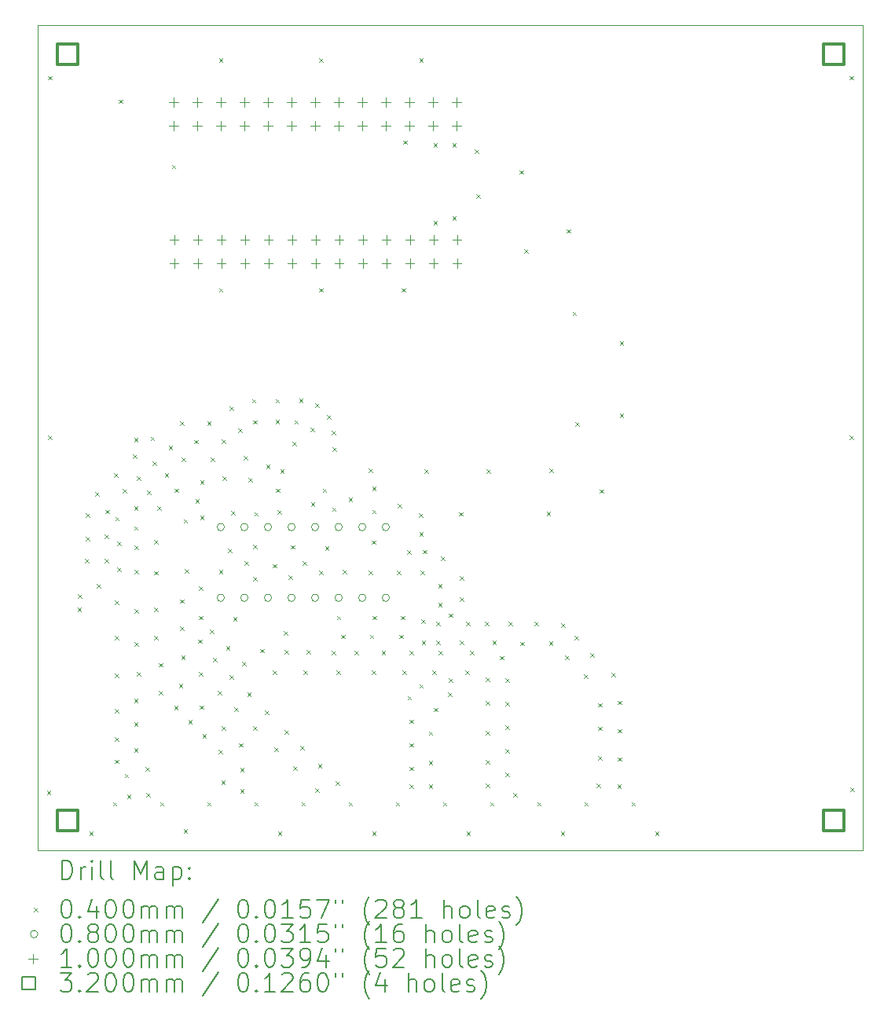
<source format=gbr>
%TF.GenerationSoftware,KiCad,Pcbnew,8.0.2*%
%TF.CreationDate,2024-05-21T18:13:31+02:00*%
%TF.ProjectId,Mux Brd V1,4d757820-4272-4642-9056-312e6b696361,rev?*%
%TF.SameCoordinates,Original*%
%TF.FileFunction,Drillmap*%
%TF.FilePolarity,Positive*%
%FSLAX45Y45*%
G04 Gerber Fmt 4.5, Leading zero omitted, Abs format (unit mm)*
G04 Created by KiCad (PCBNEW 8.0.2) date 2024-05-21 18:13:31*
%MOMM*%
%LPD*%
G01*
G04 APERTURE LIST*
%ADD10C,0.050000*%
%ADD11C,0.200000*%
%ADD12C,0.100000*%
%ADD13C,0.320000*%
G04 APERTURE END LIST*
D10*
X2730500Y-11734800D02*
X11620500Y-11734800D01*
X2730500Y-11734800D02*
X2730500Y-2844800D01*
X11620500Y-2844800D02*
X11620500Y-11734800D01*
X2730500Y-2844800D02*
X11620500Y-2844800D01*
D11*
D12*
X2824800Y-11095040D02*
X2864800Y-11135040D01*
X2864800Y-11095040D02*
X2824800Y-11135040D01*
X2837500Y-3396300D02*
X2877500Y-3436300D01*
X2877500Y-3396300D02*
X2837500Y-3436300D01*
X2837500Y-7269800D02*
X2877500Y-7309800D01*
X2877500Y-7269800D02*
X2837500Y-7309800D01*
X3155000Y-9124000D02*
X3195000Y-9164000D01*
X3195000Y-9124000D02*
X3155000Y-9164000D01*
X3161350Y-8977950D02*
X3201350Y-9017950D01*
X3201350Y-8977950D02*
X3161350Y-9017950D01*
X3237550Y-8596950D02*
X3277550Y-8636950D01*
X3277550Y-8596950D02*
X3237550Y-8636950D01*
X3243900Y-8108000D02*
X3283900Y-8148000D01*
X3283900Y-8108000D02*
X3243900Y-8148000D01*
X3243900Y-8362000D02*
X3283900Y-8402000D01*
X3283900Y-8362000D02*
X3243900Y-8402000D01*
X3282000Y-11537000D02*
X3322000Y-11577000D01*
X3322000Y-11537000D02*
X3282000Y-11577000D01*
X3345500Y-7879400D02*
X3385500Y-7919400D01*
X3385500Y-7879400D02*
X3345500Y-7919400D01*
X3364550Y-8870000D02*
X3404550Y-8910000D01*
X3404550Y-8870000D02*
X3364550Y-8910000D01*
X3447100Y-8336600D02*
X3487100Y-8376600D01*
X3487100Y-8336600D02*
X3447100Y-8376600D01*
X3447100Y-8596950D02*
X3487100Y-8636950D01*
X3487100Y-8596950D02*
X3447100Y-8636950D01*
X3453450Y-8069900D02*
X3493450Y-8109900D01*
X3493450Y-8069900D02*
X3453450Y-8109900D01*
X3536000Y-11219501D02*
X3576000Y-11259501D01*
X3576000Y-11219501D02*
X3536000Y-11259501D01*
X3548700Y-7676200D02*
X3588700Y-7716200D01*
X3588700Y-7676200D02*
X3548700Y-7716200D01*
X3555050Y-9047800D02*
X3595050Y-9087800D01*
X3595050Y-9047800D02*
X3555050Y-9087800D01*
X3555050Y-9428800D02*
X3595050Y-9468800D01*
X3595050Y-9428800D02*
X3555050Y-9468800D01*
X3555050Y-9835200D02*
X3595050Y-9875200D01*
X3595050Y-9835200D02*
X3555050Y-9875200D01*
X3555050Y-10216200D02*
X3595050Y-10256200D01*
X3595050Y-10216200D02*
X3555050Y-10256200D01*
X3555050Y-10521000D02*
X3595050Y-10561000D01*
X3595050Y-10521000D02*
X3555050Y-10561000D01*
X3555050Y-10762300D02*
X3595050Y-10802300D01*
X3595050Y-10762300D02*
X3555050Y-10802300D01*
X3561400Y-8146100D02*
X3601400Y-8186100D01*
X3601400Y-8146100D02*
X3561400Y-8186100D01*
X3580450Y-8412800D02*
X3620450Y-8452800D01*
X3620450Y-8412800D02*
X3580450Y-8452800D01*
X3580450Y-8692200D02*
X3620450Y-8732200D01*
X3620450Y-8692200D02*
X3580450Y-8732200D01*
X3599500Y-3650300D02*
X3639500Y-3690300D01*
X3639500Y-3650300D02*
X3599500Y-3690300D01*
X3643950Y-7847650D02*
X3683950Y-7887650D01*
X3683950Y-7847650D02*
X3643950Y-7887650D01*
X3663000Y-10914700D02*
X3703000Y-10954700D01*
X3703000Y-10914700D02*
X3663000Y-10954700D01*
X3688400Y-11136950D02*
X3728400Y-11176950D01*
X3728400Y-11136950D02*
X3688400Y-11176950D01*
X3751900Y-7473000D02*
X3791900Y-7513000D01*
X3791900Y-7473000D02*
X3751900Y-7513000D01*
X3764600Y-7295200D02*
X3804600Y-7335200D01*
X3804600Y-7295200D02*
X3764600Y-7335200D01*
X3764600Y-8031800D02*
X3804600Y-8071800D01*
X3804600Y-8031800D02*
X3764600Y-8071800D01*
X3764600Y-8247700D02*
X3804600Y-8287700D01*
X3804600Y-8247700D02*
X3764600Y-8287700D01*
X3764600Y-10108250D02*
X3804600Y-10148250D01*
X3804600Y-10108250D02*
X3764600Y-10148250D01*
X3764600Y-10362250D02*
X3804600Y-10402250D01*
X3804600Y-10362250D02*
X3764600Y-10402250D01*
X3764600Y-10641650D02*
X3804600Y-10681650D01*
X3804600Y-10641650D02*
X3764600Y-10681650D01*
X3770950Y-8457250D02*
X3810950Y-8497250D01*
X3810950Y-8457250D02*
X3770950Y-8497250D01*
X3770950Y-8717600D02*
X3810950Y-8757600D01*
X3810950Y-8717600D02*
X3770950Y-8757600D01*
X3770950Y-9143050D02*
X3810950Y-9183050D01*
X3810950Y-9143050D02*
X3770950Y-9183050D01*
X3770950Y-9498650D02*
X3810950Y-9538650D01*
X3810950Y-9498650D02*
X3770950Y-9538650D01*
X3796350Y-7707950D02*
X3836350Y-7747950D01*
X3836350Y-7707950D02*
X3796350Y-7747950D01*
X3796350Y-9816150D02*
X3836350Y-9856150D01*
X3836350Y-9816150D02*
X3796350Y-9856150D01*
X3885250Y-10844850D02*
X3925250Y-10884850D01*
X3925250Y-10844850D02*
X3885250Y-10884850D01*
X3897950Y-11124250D02*
X3937950Y-11164250D01*
X3937950Y-11124250D02*
X3897950Y-11164250D01*
X3904300Y-7860350D02*
X3944300Y-7900350D01*
X3944300Y-7860350D02*
X3904300Y-7900350D01*
X3942400Y-7282500D02*
X3982400Y-7322500D01*
X3982400Y-7282500D02*
X3942400Y-7322500D01*
X3962720Y-7549200D02*
X4002720Y-7589200D01*
X4002720Y-7549200D02*
X3962720Y-7589200D01*
X3980500Y-8393750D02*
X4020500Y-8433750D01*
X4020500Y-8393750D02*
X3980500Y-8433750D01*
X3980500Y-8730300D02*
X4020500Y-8770300D01*
X4020500Y-8730300D02*
X3980500Y-8770300D01*
X3980500Y-9124000D02*
X4020500Y-9164000D01*
X4020500Y-9124000D02*
X3980500Y-9164000D01*
X3980500Y-9428800D02*
X4020500Y-9468800D01*
X4020500Y-9428800D02*
X3980500Y-9468800D01*
X4012250Y-8031800D02*
X4052250Y-8071800D01*
X4052250Y-8031800D02*
X4012250Y-8071800D01*
X4031300Y-9720900D02*
X4071300Y-9760900D01*
X4071300Y-9720900D02*
X4031300Y-9760900D01*
X4031300Y-10019350D02*
X4071300Y-10059350D01*
X4071300Y-10019350D02*
X4031300Y-10059350D01*
X4044000Y-11219500D02*
X4084000Y-11259500D01*
X4084000Y-11219500D02*
X4044000Y-11259500D01*
X4094800Y-7678740D02*
X4134800Y-7718740D01*
X4134800Y-7678740D02*
X4094800Y-7718740D01*
X4137980Y-7376480D02*
X4177980Y-7416480D01*
X4177980Y-7376480D02*
X4137980Y-7416480D01*
X4171000Y-4352500D02*
X4211000Y-4392500D01*
X4211000Y-4352500D02*
X4171000Y-4392500D01*
X4196400Y-10184450D02*
X4236400Y-10224450D01*
X4236400Y-10184450D02*
X4196400Y-10224450D01*
X4202750Y-7841300D02*
X4242750Y-7881300D01*
X4242750Y-7841300D02*
X4202750Y-7881300D01*
X4247200Y-9943150D02*
X4287200Y-9983150D01*
X4287200Y-9943150D02*
X4247200Y-9983150D01*
X4259900Y-7117400D02*
X4299900Y-7157400D01*
X4299900Y-7117400D02*
X4259900Y-7157400D01*
X4259900Y-9035100D02*
X4299900Y-9075100D01*
X4299900Y-9035100D02*
X4259900Y-9075100D01*
X4259900Y-9327200D02*
X4299900Y-9367200D01*
X4299900Y-9327200D02*
X4259900Y-9367200D01*
X4272600Y-9638350D02*
X4312600Y-9678350D01*
X4312600Y-9638350D02*
X4272600Y-9678350D01*
X4278950Y-7504750D02*
X4318950Y-7544750D01*
X4318950Y-7504750D02*
X4278950Y-7544750D01*
X4298000Y-8171500D02*
X4338000Y-8211500D01*
X4338000Y-8171500D02*
X4298000Y-8211500D01*
X4298000Y-11511600D02*
X4338000Y-11551600D01*
X4338000Y-11511600D02*
X4298000Y-11551600D01*
X4310700Y-8711250D02*
X4350700Y-8751250D01*
X4350700Y-8711250D02*
X4310700Y-8751250D01*
X4348800Y-10336850D02*
X4388800Y-10376850D01*
X4388800Y-10336850D02*
X4348800Y-10376850D01*
X4409760Y-7315520D02*
X4449760Y-7355520D01*
X4449760Y-7315520D02*
X4409760Y-7355520D01*
X4425000Y-7955600D02*
X4465000Y-7995600D01*
X4465000Y-7955600D02*
X4425000Y-7995600D01*
X4456750Y-9466900D02*
X4496750Y-9506900D01*
X4496750Y-9466900D02*
X4456750Y-9506900D01*
X4463100Y-8895400D02*
X4503100Y-8935400D01*
X4503100Y-8895400D02*
X4463100Y-8935400D01*
X4463100Y-9212900D02*
X4503100Y-9252900D01*
X4503100Y-9212900D02*
X4463100Y-9252900D01*
X4463100Y-9816150D02*
X4503100Y-9856150D01*
X4503100Y-9816150D02*
X4463100Y-9856150D01*
X4469450Y-10178100D02*
X4509450Y-10218100D01*
X4509450Y-10178100D02*
X4469450Y-10218100D01*
X4475800Y-7752400D02*
X4515800Y-7792400D01*
X4515800Y-7752400D02*
X4475800Y-7792400D01*
X4475800Y-8133400D02*
X4515800Y-8173400D01*
X4515800Y-8133400D02*
X4475800Y-8173400D01*
X4501200Y-10489250D02*
X4541200Y-10529250D01*
X4541200Y-10489250D02*
X4501200Y-10529250D01*
X4552000Y-7117400D02*
X4592000Y-7157400D01*
X4592000Y-7117400D02*
X4552000Y-7157400D01*
X4552000Y-11219500D02*
X4592000Y-11259500D01*
X4592000Y-11219500D02*
X4552000Y-11259500D01*
X4583750Y-9358950D02*
X4623750Y-9398950D01*
X4623750Y-9358950D02*
X4583750Y-9398950D01*
X4590100Y-7504750D02*
X4630100Y-7544750D01*
X4630100Y-7504750D02*
X4590100Y-7544750D01*
X4615500Y-9663750D02*
X4655500Y-9703750D01*
X4655500Y-9663750D02*
X4615500Y-9703750D01*
X4666300Y-10019350D02*
X4706300Y-10059350D01*
X4706300Y-10019350D02*
X4666300Y-10059350D01*
X4672650Y-10654350D02*
X4712650Y-10694350D01*
X4712650Y-10654350D02*
X4672650Y-10694350D01*
X4679000Y-3205800D02*
X4719000Y-3245800D01*
X4719000Y-3205800D02*
X4679000Y-3245800D01*
X4679000Y-5682300D02*
X4719000Y-5722300D01*
X4719000Y-5682300D02*
X4679000Y-5722300D01*
X4679000Y-8717600D02*
X4719000Y-8757600D01*
X4719000Y-8717600D02*
X4679000Y-8757600D01*
X4704400Y-10984550D02*
X4744400Y-11024550D01*
X4744400Y-10984550D02*
X4704400Y-11024550D01*
X4710750Y-10400350D02*
X4750750Y-10440350D01*
X4750750Y-10400350D02*
X4710750Y-10440350D01*
X4712020Y-7312980D02*
X4752020Y-7352980D01*
X4752020Y-7312980D02*
X4712020Y-7352980D01*
X4717100Y-7707950D02*
X4757100Y-7747950D01*
X4757100Y-7707950D02*
X4717100Y-7747950D01*
X4755200Y-9536750D02*
X4795200Y-9576750D01*
X4795200Y-9536750D02*
X4755200Y-9576750D01*
X4774250Y-8489000D02*
X4814250Y-8529000D01*
X4814250Y-8489000D02*
X4774250Y-8529000D01*
X4793300Y-6958650D02*
X4833300Y-6998650D01*
X4833300Y-6958650D02*
X4793300Y-6998650D01*
X4793300Y-9854250D02*
X4833300Y-9894250D01*
X4833300Y-9854250D02*
X4793300Y-9894250D01*
X4812350Y-8082600D02*
X4852350Y-8122600D01*
X4852350Y-8082600D02*
X4812350Y-8122600D01*
X4831400Y-9225600D02*
X4871400Y-9265600D01*
X4871400Y-9225600D02*
X4831400Y-9265600D01*
X4844100Y-10197150D02*
X4884100Y-10237150D01*
X4884100Y-10197150D02*
X4844100Y-10237150D01*
X4884740Y-7191060D02*
X4924740Y-7231060D01*
X4924740Y-7191060D02*
X4884740Y-7231060D01*
X4894900Y-10584500D02*
X4934900Y-10624500D01*
X4934900Y-10584500D02*
X4894900Y-10624500D01*
X4907600Y-10851200D02*
X4947600Y-10891200D01*
X4947600Y-10851200D02*
X4907600Y-10891200D01*
X4907600Y-11079800D02*
X4947600Y-11119800D01*
X4947600Y-11079800D02*
X4907600Y-11119800D01*
X4926650Y-9708200D02*
X4966650Y-9748200D01*
X4966650Y-9708200D02*
X4926650Y-9748200D01*
X4945700Y-7488240D02*
X4985700Y-7528240D01*
X4985700Y-7488240D02*
X4945700Y-7528240D01*
X4952050Y-8622350D02*
X4992050Y-8662350D01*
X4992050Y-8622350D02*
X4952050Y-8662350D01*
X4983800Y-10038400D02*
X5023800Y-10078400D01*
X5023800Y-10038400D02*
X4983800Y-10078400D01*
X4996500Y-7727000D02*
X5036500Y-7767000D01*
X5036500Y-7727000D02*
X4996500Y-7767000D01*
X5034600Y-6876100D02*
X5074600Y-6916100D01*
X5074600Y-6876100D02*
X5034600Y-6916100D01*
X5047300Y-7104700D02*
X5087300Y-7144700D01*
X5087300Y-7104700D02*
X5047300Y-7144700D01*
X5047300Y-8444550D02*
X5087300Y-8484550D01*
X5087300Y-8444550D02*
X5047300Y-8484550D01*
X5047300Y-8793800D02*
X5087300Y-8833800D01*
X5087300Y-8793800D02*
X5047300Y-8833800D01*
X5047300Y-10400350D02*
X5087300Y-10440350D01*
X5087300Y-10400350D02*
X5047300Y-10440350D01*
X5060000Y-8095300D02*
X5100000Y-8135300D01*
X5100000Y-8095300D02*
X5060000Y-8135300D01*
X5060000Y-11219500D02*
X5100000Y-11259500D01*
X5100000Y-11219500D02*
X5060000Y-11259500D01*
X5123500Y-9568500D02*
X5163500Y-9608500D01*
X5163500Y-9568500D02*
X5123500Y-9608500D01*
X5174300Y-10235250D02*
X5214300Y-10275250D01*
X5214300Y-10235250D02*
X5174300Y-10275250D01*
X5187000Y-7580950D02*
X5227000Y-7620950D01*
X5227000Y-7580950D02*
X5187000Y-7620950D01*
X5256850Y-8654100D02*
X5296850Y-8694100D01*
X5296850Y-8654100D02*
X5256850Y-8694100D01*
X5256850Y-9803450D02*
X5296850Y-9843450D01*
X5296850Y-9803450D02*
X5256850Y-9843450D01*
X5275900Y-10628950D02*
X5315900Y-10668950D01*
X5315900Y-10628950D02*
X5275900Y-10668950D01*
X5288600Y-6876100D02*
X5328600Y-6916100D01*
X5328600Y-6876100D02*
X5288600Y-6916100D01*
X5288600Y-7098350D02*
X5328600Y-7138350D01*
X5328600Y-7098350D02*
X5288600Y-7138350D01*
X5294950Y-7841300D02*
X5334950Y-7881300D01*
X5334950Y-7841300D02*
X5294950Y-7881300D01*
X5307650Y-8076250D02*
X5347650Y-8116250D01*
X5347650Y-8076250D02*
X5307650Y-8116250D01*
X5314000Y-11537000D02*
X5354000Y-11577000D01*
X5354000Y-11537000D02*
X5314000Y-11577000D01*
X5339400Y-7631750D02*
X5379400Y-7671750D01*
X5379400Y-7631750D02*
X5339400Y-7671750D01*
X5377500Y-9378000D02*
X5417500Y-9418000D01*
X5417500Y-9378000D02*
X5377500Y-9418000D01*
X5383850Y-9581200D02*
X5423850Y-9621200D01*
X5423850Y-9581200D02*
X5383850Y-9621200D01*
X5383850Y-10444800D02*
X5423850Y-10484800D01*
X5423850Y-10444800D02*
X5383850Y-10484800D01*
X5428300Y-8774750D02*
X5468300Y-8814750D01*
X5468300Y-8774750D02*
X5428300Y-8814750D01*
X5453700Y-8450900D02*
X5493700Y-8490900D01*
X5493700Y-8450900D02*
X5453700Y-8490900D01*
X5472750Y-7339650D02*
X5512750Y-7379650D01*
X5512750Y-7339650D02*
X5472750Y-7379650D01*
X5479100Y-10832150D02*
X5519100Y-10872150D01*
X5519100Y-10832150D02*
X5479100Y-10872150D01*
X5491800Y-7104700D02*
X5531800Y-7144700D01*
X5531800Y-7104700D02*
X5491800Y-7144700D01*
X5542600Y-6869750D02*
X5582600Y-6909750D01*
X5582600Y-6869750D02*
X5542600Y-6909750D01*
X5555300Y-10616250D02*
X5595300Y-10656250D01*
X5595300Y-10616250D02*
X5555300Y-10656250D01*
X5568000Y-11219500D02*
X5608000Y-11259500D01*
X5608000Y-11219500D02*
X5568000Y-11259500D01*
X5580700Y-8622350D02*
X5620700Y-8662350D01*
X5620700Y-8622350D02*
X5580700Y-8662350D01*
X5587050Y-9803450D02*
X5627050Y-9843450D01*
X5627050Y-9803450D02*
X5587050Y-9843450D01*
X5625150Y-9581200D02*
X5665150Y-9621200D01*
X5665150Y-9581200D02*
X5625150Y-9621200D01*
X5663250Y-7187250D02*
X5703250Y-7227250D01*
X5703250Y-7187250D02*
X5663250Y-7227250D01*
X5669600Y-7987350D02*
X5709600Y-8027350D01*
X5709600Y-7987350D02*
X5669600Y-8027350D01*
X5714050Y-6920550D02*
X5754050Y-6960550D01*
X5754050Y-6920550D02*
X5714050Y-6960550D01*
X5714050Y-11073450D02*
X5754050Y-11113450D01*
X5754050Y-11073450D02*
X5714050Y-11113450D01*
X5745800Y-10806750D02*
X5785800Y-10846750D01*
X5785800Y-10806750D02*
X5745800Y-10846750D01*
X5758500Y-3205800D02*
X5798500Y-3245800D01*
X5798500Y-3205800D02*
X5758500Y-3245800D01*
X5758500Y-5682300D02*
X5798500Y-5722300D01*
X5798500Y-5682300D02*
X5758500Y-5722300D01*
X5758500Y-8723950D02*
X5798500Y-8763950D01*
X5798500Y-8723950D02*
X5758500Y-8763950D01*
X5796600Y-7841300D02*
X5836600Y-7881300D01*
X5836600Y-7841300D02*
X5796600Y-7881300D01*
X5822000Y-8463600D02*
X5862000Y-8503600D01*
X5862000Y-8463600D02*
X5822000Y-8503600D01*
X5841050Y-7047550D02*
X5881050Y-7087550D01*
X5881050Y-7047550D02*
X5841050Y-7087550D01*
X5891850Y-7219000D02*
X5931850Y-7259000D01*
X5931850Y-7219000D02*
X5891850Y-7259000D01*
X5891850Y-9587550D02*
X5931850Y-9627550D01*
X5931850Y-9587550D02*
X5891850Y-9627550D01*
X5898200Y-8044500D02*
X5938200Y-8084500D01*
X5938200Y-8044500D02*
X5898200Y-8084500D01*
X5904550Y-7396800D02*
X5944550Y-7436800D01*
X5944550Y-7396800D02*
X5904550Y-7436800D01*
X5936300Y-10997250D02*
X5976300Y-11037250D01*
X5976300Y-10997250D02*
X5936300Y-11037250D01*
X5942650Y-9803450D02*
X5982650Y-9843450D01*
X5982650Y-9803450D02*
X5942650Y-9843450D01*
X5949000Y-9212900D02*
X5989000Y-9252900D01*
X5989000Y-9212900D02*
X5949000Y-9252900D01*
X5993450Y-9416100D02*
X6033450Y-9456100D01*
X6033450Y-9416100D02*
X5993450Y-9456100D01*
X6012500Y-8717600D02*
X6052500Y-8757600D01*
X6052500Y-8717600D02*
X6012500Y-8757600D01*
X6076000Y-7936550D02*
X6116000Y-7976550D01*
X6116000Y-7936550D02*
X6076000Y-7976550D01*
X6076000Y-11219500D02*
X6116000Y-11259500D01*
X6116000Y-11219500D02*
X6076000Y-11259500D01*
X6139500Y-9587550D02*
X6179500Y-9627550D01*
X6179500Y-9587550D02*
X6139500Y-9627550D01*
X6291900Y-7625400D02*
X6331900Y-7665400D01*
X6331900Y-7625400D02*
X6291900Y-7665400D01*
X6291900Y-8723950D02*
X6331900Y-8763950D01*
X6331900Y-8723950D02*
X6291900Y-8763950D01*
X6304600Y-9416100D02*
X6344600Y-9456100D01*
X6344600Y-9416100D02*
X6304600Y-9456100D01*
X6323650Y-8400100D02*
X6363650Y-8440100D01*
X6363650Y-8400100D02*
X6323650Y-8440100D01*
X6323650Y-9803450D02*
X6363650Y-9843450D01*
X6363650Y-9803450D02*
X6323650Y-9843450D01*
X6330000Y-7822250D02*
X6370000Y-7862250D01*
X6370000Y-7822250D02*
X6330000Y-7862250D01*
X6330000Y-8069900D02*
X6370000Y-8109900D01*
X6370000Y-8069900D02*
X6330000Y-8109900D01*
X6330000Y-11537000D02*
X6370000Y-11577000D01*
X6370000Y-11537000D02*
X6330000Y-11577000D01*
X6336350Y-9212900D02*
X6376350Y-9252900D01*
X6376350Y-9212900D02*
X6336350Y-9252900D01*
X6431600Y-9587550D02*
X6471600Y-9627550D01*
X6471600Y-9587550D02*
X6431600Y-9627550D01*
X6584000Y-11219500D02*
X6624000Y-11259500D01*
X6624000Y-11219500D02*
X6584000Y-11259500D01*
X6596700Y-8723950D02*
X6636700Y-8763950D01*
X6636700Y-8723950D02*
X6596700Y-8763950D01*
X6603050Y-8006400D02*
X6643050Y-8046400D01*
X6643050Y-8006400D02*
X6603050Y-8046400D01*
X6622100Y-9416100D02*
X6662100Y-9456100D01*
X6662100Y-9416100D02*
X6622100Y-9456100D01*
X6641150Y-9212900D02*
X6681150Y-9252900D01*
X6681150Y-9212900D02*
X6641150Y-9252900D01*
X6647500Y-5682300D02*
X6687500Y-5722300D01*
X6687500Y-5682300D02*
X6647500Y-5722300D01*
X6653850Y-9803450D02*
X6693850Y-9843450D01*
X6693850Y-9803450D02*
X6653850Y-9843450D01*
X6667820Y-4089720D02*
X6707820Y-4129720D01*
X6707820Y-4089720D02*
X6667820Y-4129720D01*
X6704650Y-8508050D02*
X6744650Y-8548050D01*
X6744650Y-8508050D02*
X6704650Y-8548050D01*
X6711000Y-10076500D02*
X6751000Y-10116500D01*
X6751000Y-10076500D02*
X6711000Y-10116500D01*
X6730050Y-9587550D02*
X6770050Y-9627550D01*
X6770050Y-9587550D02*
X6730050Y-9627550D01*
X6730050Y-10330500D02*
X6770050Y-10370500D01*
X6770050Y-10330500D02*
X6730050Y-10370500D01*
X6730050Y-10584500D02*
X6770050Y-10624500D01*
X6770050Y-10584500D02*
X6730050Y-10624500D01*
X6730050Y-10838500D02*
X6770050Y-10878500D01*
X6770050Y-10838500D02*
X6730050Y-10878500D01*
X6730050Y-11029000D02*
X6770050Y-11069000D01*
X6770050Y-11029000D02*
X6730050Y-11069000D01*
X6831650Y-8108000D02*
X6871650Y-8148000D01*
X6871650Y-8108000D02*
X6831650Y-8148000D01*
X6838000Y-3205800D02*
X6878000Y-3245800D01*
X6878000Y-3205800D02*
X6838000Y-3245800D01*
X6838000Y-8311200D02*
X6878000Y-8351200D01*
X6878000Y-8311200D02*
X6838000Y-8351200D01*
X6838000Y-9949500D02*
X6878000Y-9989500D01*
X6878000Y-9949500D02*
X6838000Y-9989500D01*
X6850700Y-8723950D02*
X6890700Y-8763950D01*
X6890700Y-8723950D02*
X6850700Y-8763950D01*
X6857050Y-9251000D02*
X6897050Y-9291000D01*
X6897050Y-9251000D02*
X6857050Y-9291000D01*
X6863400Y-9479600D02*
X6903400Y-9519600D01*
X6903400Y-9479600D02*
X6863400Y-9519600D01*
X6876100Y-8501700D02*
X6916100Y-8541700D01*
X6916100Y-8501700D02*
X6876100Y-8541700D01*
X6895150Y-7631750D02*
X6935150Y-7671750D01*
X6935150Y-7631750D02*
X6895150Y-7671750D01*
X6939600Y-10457500D02*
X6979600Y-10497500D01*
X6979600Y-10457500D02*
X6939600Y-10497500D01*
X6939600Y-10775000D02*
X6979600Y-10815000D01*
X6979600Y-10775000D02*
X6939600Y-10815000D01*
X6939600Y-11029000D02*
X6979600Y-11069000D01*
X6979600Y-11029000D02*
X6939600Y-11069000D01*
X6977700Y-9803450D02*
X7017700Y-9843450D01*
X7017700Y-9803450D02*
X6977700Y-9843450D01*
X6990400Y-4120200D02*
X7030400Y-4160200D01*
X7030400Y-4120200D02*
X6990400Y-4160200D01*
X6990400Y-4958400D02*
X7030400Y-4998400D01*
X7030400Y-4958400D02*
X6990400Y-4998400D01*
X6996750Y-10203500D02*
X7036750Y-10243500D01*
X7036750Y-10203500D02*
X6996750Y-10243500D01*
X7022150Y-9276400D02*
X7062150Y-9316400D01*
X7062150Y-9276400D02*
X7022150Y-9316400D01*
X7022150Y-9479600D02*
X7062150Y-9519600D01*
X7062150Y-9479600D02*
X7022150Y-9519600D01*
X7041200Y-8870000D02*
X7081200Y-8910000D01*
X7081200Y-8870000D02*
X7041200Y-8910000D01*
X7041200Y-9073200D02*
X7081200Y-9113200D01*
X7081200Y-9073200D02*
X7041200Y-9113200D01*
X7047550Y-9587550D02*
X7087550Y-9627550D01*
X7087550Y-9587550D02*
X7047550Y-9627550D01*
X7072950Y-8571550D02*
X7112950Y-8611550D01*
X7112950Y-8571550D02*
X7072950Y-8611550D01*
X7092000Y-11219500D02*
X7132000Y-11259500D01*
X7132000Y-11219500D02*
X7092000Y-11259500D01*
X7149150Y-10038400D02*
X7189150Y-10078400D01*
X7189150Y-10038400D02*
X7149150Y-10078400D01*
X7155500Y-9187500D02*
X7195500Y-9227500D01*
X7195500Y-9187500D02*
X7155500Y-9227500D01*
X7155500Y-9886000D02*
X7195500Y-9926000D01*
X7195500Y-9886000D02*
X7155500Y-9926000D01*
X7193600Y-4120200D02*
X7233600Y-4160200D01*
X7233600Y-4120200D02*
X7193600Y-4160200D01*
X7193600Y-4907600D02*
X7233600Y-4947600D01*
X7233600Y-4907600D02*
X7193600Y-4947600D01*
X7263450Y-8095300D02*
X7303450Y-8135300D01*
X7303450Y-8095300D02*
X7263450Y-8135300D01*
X7276150Y-8787450D02*
X7316150Y-8827450D01*
X7316150Y-8787450D02*
X7276150Y-8827450D01*
X7276150Y-9016050D02*
X7316150Y-9056050D01*
X7316150Y-9016050D02*
X7276150Y-9056050D01*
X7276150Y-9479600D02*
X7316150Y-9519600D01*
X7316150Y-9479600D02*
X7276150Y-9519600D01*
X7333300Y-9803450D02*
X7373300Y-9843450D01*
X7373300Y-9803450D02*
X7333300Y-9843450D01*
X7339650Y-9276400D02*
X7379650Y-9316400D01*
X7379650Y-9276400D02*
X7339650Y-9316400D01*
X7346000Y-11537000D02*
X7386000Y-11577000D01*
X7386000Y-11537000D02*
X7346000Y-11577000D01*
X7384100Y-9587550D02*
X7424100Y-9627550D01*
X7424100Y-9587550D02*
X7384100Y-9627550D01*
X7434900Y-4186240D02*
X7474900Y-4226240D01*
X7474900Y-4186240D02*
X7434900Y-4226240D01*
X7450140Y-4668840D02*
X7490140Y-4708840D01*
X7490140Y-4668840D02*
X7450140Y-4708840D01*
X7542850Y-9276400D02*
X7582850Y-9316400D01*
X7582850Y-9276400D02*
X7542850Y-9316400D01*
X7555550Y-9879650D02*
X7595550Y-9919650D01*
X7595550Y-9879650D02*
X7555550Y-9919650D01*
X7555550Y-10133650D02*
X7595550Y-10173650D01*
X7595550Y-10133650D02*
X7555550Y-10173650D01*
X7555550Y-10451150D02*
X7595550Y-10491150D01*
X7595550Y-10451150D02*
X7555550Y-10491150D01*
X7555550Y-10768650D02*
X7595550Y-10808650D01*
X7595550Y-10768650D02*
X7555550Y-10808650D01*
X7555550Y-11022650D02*
X7595550Y-11062650D01*
X7595550Y-11022650D02*
X7555550Y-11062650D01*
X7561900Y-7631750D02*
X7601900Y-7671750D01*
X7601900Y-7631750D02*
X7561900Y-7671750D01*
X7600000Y-11219500D02*
X7640000Y-11259500D01*
X7640000Y-11219500D02*
X7600000Y-11259500D01*
X7625400Y-9479600D02*
X7665400Y-9519600D01*
X7665400Y-9479600D02*
X7625400Y-9519600D01*
X7707950Y-9644700D02*
X7747950Y-9684700D01*
X7747950Y-9644700D02*
X7707950Y-9684700D01*
X7765100Y-9886000D02*
X7805100Y-9926000D01*
X7805100Y-9886000D02*
X7765100Y-9926000D01*
X7765100Y-10140000D02*
X7805100Y-10180000D01*
X7805100Y-10140000D02*
X7765100Y-10180000D01*
X7765100Y-10394000D02*
X7805100Y-10434000D01*
X7805100Y-10394000D02*
X7765100Y-10434000D01*
X7765100Y-10648000D02*
X7805100Y-10688000D01*
X7805100Y-10648000D02*
X7765100Y-10688000D01*
X7765100Y-10902000D02*
X7805100Y-10942000D01*
X7805100Y-10902000D02*
X7765100Y-10942000D01*
X7796850Y-9276400D02*
X7836850Y-9316400D01*
X7836850Y-9276400D02*
X7796850Y-9316400D01*
X7847650Y-11124250D02*
X7887650Y-11164250D01*
X7887650Y-11124250D02*
X7847650Y-11164250D01*
X7917500Y-4412300D02*
X7957500Y-4452300D01*
X7957500Y-4412300D02*
X7917500Y-4452300D01*
X7923850Y-9492300D02*
X7963850Y-9532300D01*
X7963850Y-9492300D02*
X7923850Y-9532300D01*
X7968300Y-5263200D02*
X8008300Y-5303200D01*
X8008300Y-5263200D02*
X7968300Y-5303200D01*
X8076250Y-9276400D02*
X8116250Y-9316400D01*
X8116250Y-9276400D02*
X8076250Y-9316400D01*
X8108000Y-11219500D02*
X8148000Y-11259500D01*
X8148000Y-11219500D02*
X8108000Y-11259500D01*
X8209600Y-8088950D02*
X8249600Y-8128950D01*
X8249600Y-8088950D02*
X8209600Y-8128950D01*
X8235000Y-9485950D02*
X8275000Y-9525950D01*
X8275000Y-9485950D02*
X8235000Y-9525950D01*
X8241350Y-7625400D02*
X8281350Y-7665400D01*
X8281350Y-7625400D02*
X8241350Y-7665400D01*
X8362000Y-11537000D02*
X8402000Y-11577000D01*
X8402000Y-11537000D02*
X8362000Y-11577000D01*
X8368350Y-9295450D02*
X8408350Y-9335450D01*
X8408350Y-9295450D02*
X8368350Y-9335450D01*
X8406450Y-9638350D02*
X8446450Y-9678350D01*
X8446450Y-9638350D02*
X8406450Y-9678350D01*
X8425500Y-5047300D02*
X8465500Y-5087300D01*
X8465500Y-5047300D02*
X8425500Y-5087300D01*
X8489000Y-5936300D02*
X8529000Y-5976300D01*
X8529000Y-5936300D02*
X8489000Y-5976300D01*
X8508050Y-9428800D02*
X8548050Y-9468800D01*
X8548050Y-9428800D02*
X8508050Y-9468800D01*
X8516940Y-7122480D02*
X8556940Y-7162480D01*
X8556940Y-7122480D02*
X8516940Y-7162480D01*
X8609650Y-9841550D02*
X8649650Y-9881550D01*
X8649650Y-9841550D02*
X8609650Y-9881550D01*
X8616000Y-11219500D02*
X8656000Y-11259500D01*
X8656000Y-11219500D02*
X8616000Y-11259500D01*
X8679500Y-9612950D02*
X8719500Y-9652950D01*
X8719500Y-9612950D02*
X8679500Y-9652950D01*
X8749350Y-11022650D02*
X8789350Y-11062650D01*
X8789350Y-11022650D02*
X8749350Y-11062650D01*
X8762050Y-10152700D02*
X8802050Y-10192700D01*
X8802050Y-10152700D02*
X8762050Y-10192700D01*
X8762050Y-10406700D02*
X8802050Y-10446700D01*
X8802050Y-10406700D02*
X8762050Y-10446700D01*
X8762050Y-10724200D02*
X8802050Y-10764200D01*
X8802050Y-10724200D02*
X8762050Y-10764200D01*
X8778560Y-7848920D02*
X8818560Y-7888920D01*
X8818560Y-7848920D02*
X8778560Y-7888920D01*
X8908100Y-9828850D02*
X8948100Y-9868850D01*
X8948100Y-9828850D02*
X8908100Y-9868850D01*
X8971600Y-11029000D02*
X9011600Y-11069000D01*
X9011600Y-11029000D02*
X8971600Y-11069000D01*
X8977950Y-10127300D02*
X9017950Y-10167300D01*
X9017950Y-10127300D02*
X8977950Y-10167300D01*
X8977950Y-10432100D02*
X9017950Y-10472100D01*
X9017950Y-10432100D02*
X8977950Y-10472100D01*
X8977950Y-10736900D02*
X9017950Y-10776900D01*
X9017950Y-10736900D02*
X8977950Y-10776900D01*
X8997000Y-6253800D02*
X9037000Y-6293800D01*
X9037000Y-6253800D02*
X8997000Y-6293800D01*
X8997000Y-7033580D02*
X9037000Y-7073580D01*
X9037000Y-7033580D02*
X8997000Y-7073580D01*
X9124000Y-11219500D02*
X9164000Y-11259500D01*
X9164000Y-11219500D02*
X9124000Y-11259500D01*
X9378000Y-11537000D02*
X9418000Y-11577000D01*
X9418000Y-11537000D02*
X9378000Y-11577000D01*
X11473500Y-3396300D02*
X11513500Y-3436300D01*
X11513500Y-3396300D02*
X11473500Y-3436300D01*
X11473500Y-7269800D02*
X11513500Y-7309800D01*
X11513500Y-7269800D02*
X11473500Y-7309800D01*
X11481120Y-11064560D02*
X11521120Y-11104560D01*
X11521120Y-11064560D02*
X11481120Y-11104560D01*
X4739000Y-8255000D02*
G75*
G02*
X4659000Y-8255000I-40000J0D01*
G01*
X4659000Y-8255000D02*
G75*
G02*
X4739000Y-8255000I40000J0D01*
G01*
X4739000Y-9017000D02*
G75*
G02*
X4659000Y-9017000I-40000J0D01*
G01*
X4659000Y-9017000D02*
G75*
G02*
X4739000Y-9017000I40000J0D01*
G01*
X4993000Y-8255000D02*
G75*
G02*
X4913000Y-8255000I-40000J0D01*
G01*
X4913000Y-8255000D02*
G75*
G02*
X4993000Y-8255000I40000J0D01*
G01*
X4993000Y-9017000D02*
G75*
G02*
X4913000Y-9017000I-40000J0D01*
G01*
X4913000Y-9017000D02*
G75*
G02*
X4993000Y-9017000I40000J0D01*
G01*
X5247000Y-8255000D02*
G75*
G02*
X5167000Y-8255000I-40000J0D01*
G01*
X5167000Y-8255000D02*
G75*
G02*
X5247000Y-8255000I40000J0D01*
G01*
X5247000Y-9017000D02*
G75*
G02*
X5167000Y-9017000I-40000J0D01*
G01*
X5167000Y-9017000D02*
G75*
G02*
X5247000Y-9017000I40000J0D01*
G01*
X5501000Y-8255000D02*
G75*
G02*
X5421000Y-8255000I-40000J0D01*
G01*
X5421000Y-8255000D02*
G75*
G02*
X5501000Y-8255000I40000J0D01*
G01*
X5501000Y-9017000D02*
G75*
G02*
X5421000Y-9017000I-40000J0D01*
G01*
X5421000Y-9017000D02*
G75*
G02*
X5501000Y-9017000I40000J0D01*
G01*
X5755000Y-8255000D02*
G75*
G02*
X5675000Y-8255000I-40000J0D01*
G01*
X5675000Y-8255000D02*
G75*
G02*
X5755000Y-8255000I40000J0D01*
G01*
X5755000Y-9017000D02*
G75*
G02*
X5675000Y-9017000I-40000J0D01*
G01*
X5675000Y-9017000D02*
G75*
G02*
X5755000Y-9017000I40000J0D01*
G01*
X6009000Y-8255000D02*
G75*
G02*
X5929000Y-8255000I-40000J0D01*
G01*
X5929000Y-8255000D02*
G75*
G02*
X6009000Y-8255000I40000J0D01*
G01*
X6009000Y-9017000D02*
G75*
G02*
X5929000Y-9017000I-40000J0D01*
G01*
X5929000Y-9017000D02*
G75*
G02*
X6009000Y-9017000I40000J0D01*
G01*
X6263000Y-8255000D02*
G75*
G02*
X6183000Y-8255000I-40000J0D01*
G01*
X6183000Y-8255000D02*
G75*
G02*
X6263000Y-8255000I40000J0D01*
G01*
X6263000Y-9017000D02*
G75*
G02*
X6183000Y-9017000I-40000J0D01*
G01*
X6183000Y-9017000D02*
G75*
G02*
X6263000Y-9017000I40000J0D01*
G01*
X6517000Y-8255000D02*
G75*
G02*
X6437000Y-8255000I-40000J0D01*
G01*
X6437000Y-8255000D02*
G75*
G02*
X6517000Y-8255000I40000J0D01*
G01*
X6517000Y-9017000D02*
G75*
G02*
X6437000Y-9017000I-40000J0D01*
G01*
X6437000Y-9017000D02*
G75*
G02*
X6517000Y-9017000I40000J0D01*
G01*
X4191000Y-3630460D02*
X4191000Y-3730460D01*
X4141000Y-3680460D02*
X4241000Y-3680460D01*
X4191000Y-3884460D02*
X4191000Y-3984460D01*
X4141000Y-3934460D02*
X4241000Y-3934460D01*
X4196080Y-5108740D02*
X4196080Y-5208740D01*
X4146080Y-5158740D02*
X4246080Y-5158740D01*
X4196080Y-5362740D02*
X4196080Y-5462740D01*
X4146080Y-5412740D02*
X4246080Y-5412740D01*
X4445000Y-3630460D02*
X4445000Y-3730460D01*
X4395000Y-3680460D02*
X4495000Y-3680460D01*
X4445000Y-3884460D02*
X4445000Y-3984460D01*
X4395000Y-3934460D02*
X4495000Y-3934460D01*
X4450080Y-5108740D02*
X4450080Y-5208740D01*
X4400080Y-5158740D02*
X4500080Y-5158740D01*
X4450080Y-5362740D02*
X4450080Y-5462740D01*
X4400080Y-5412740D02*
X4500080Y-5412740D01*
X4699000Y-3630460D02*
X4699000Y-3730460D01*
X4649000Y-3680460D02*
X4749000Y-3680460D01*
X4699000Y-3884460D02*
X4699000Y-3984460D01*
X4649000Y-3934460D02*
X4749000Y-3934460D01*
X4704080Y-5108740D02*
X4704080Y-5208740D01*
X4654080Y-5158740D02*
X4754080Y-5158740D01*
X4704080Y-5362740D02*
X4704080Y-5462740D01*
X4654080Y-5412740D02*
X4754080Y-5412740D01*
X4953000Y-3630460D02*
X4953000Y-3730460D01*
X4903000Y-3680460D02*
X5003000Y-3680460D01*
X4953000Y-3884460D02*
X4953000Y-3984460D01*
X4903000Y-3934460D02*
X5003000Y-3934460D01*
X4958080Y-5108740D02*
X4958080Y-5208740D01*
X4908080Y-5158740D02*
X5008080Y-5158740D01*
X4958080Y-5362740D02*
X4958080Y-5462740D01*
X4908080Y-5412740D02*
X5008080Y-5412740D01*
X5207000Y-3630460D02*
X5207000Y-3730460D01*
X5157000Y-3680460D02*
X5257000Y-3680460D01*
X5207000Y-3884460D02*
X5207000Y-3984460D01*
X5157000Y-3934460D02*
X5257000Y-3934460D01*
X5212080Y-5108740D02*
X5212080Y-5208740D01*
X5162080Y-5158740D02*
X5262080Y-5158740D01*
X5212080Y-5362740D02*
X5212080Y-5462740D01*
X5162080Y-5412740D02*
X5262080Y-5412740D01*
X5461000Y-3630460D02*
X5461000Y-3730460D01*
X5411000Y-3680460D02*
X5511000Y-3680460D01*
X5461000Y-3884460D02*
X5461000Y-3984460D01*
X5411000Y-3934460D02*
X5511000Y-3934460D01*
X5466080Y-5108740D02*
X5466080Y-5208740D01*
X5416080Y-5158740D02*
X5516080Y-5158740D01*
X5466080Y-5362740D02*
X5466080Y-5462740D01*
X5416080Y-5412740D02*
X5516080Y-5412740D01*
X5715000Y-3630460D02*
X5715000Y-3730460D01*
X5665000Y-3680460D02*
X5765000Y-3680460D01*
X5715000Y-3884460D02*
X5715000Y-3984460D01*
X5665000Y-3934460D02*
X5765000Y-3934460D01*
X5720080Y-5108740D02*
X5720080Y-5208740D01*
X5670080Y-5158740D02*
X5770080Y-5158740D01*
X5720080Y-5362740D02*
X5720080Y-5462740D01*
X5670080Y-5412740D02*
X5770080Y-5412740D01*
X5969000Y-3630460D02*
X5969000Y-3730460D01*
X5919000Y-3680460D02*
X6019000Y-3680460D01*
X5969000Y-3884460D02*
X5969000Y-3984460D01*
X5919000Y-3934460D02*
X6019000Y-3934460D01*
X5974080Y-5108740D02*
X5974080Y-5208740D01*
X5924080Y-5158740D02*
X6024080Y-5158740D01*
X5974080Y-5362740D02*
X5974080Y-5462740D01*
X5924080Y-5412740D02*
X6024080Y-5412740D01*
X6223000Y-3630460D02*
X6223000Y-3730460D01*
X6173000Y-3680460D02*
X6273000Y-3680460D01*
X6223000Y-3884460D02*
X6223000Y-3984460D01*
X6173000Y-3934460D02*
X6273000Y-3934460D01*
X6228080Y-5108740D02*
X6228080Y-5208740D01*
X6178080Y-5158740D02*
X6278080Y-5158740D01*
X6228080Y-5362740D02*
X6228080Y-5462740D01*
X6178080Y-5412740D02*
X6278080Y-5412740D01*
X6477000Y-3630460D02*
X6477000Y-3730460D01*
X6427000Y-3680460D02*
X6527000Y-3680460D01*
X6477000Y-3884460D02*
X6477000Y-3984460D01*
X6427000Y-3934460D02*
X6527000Y-3934460D01*
X6482080Y-5108740D02*
X6482080Y-5208740D01*
X6432080Y-5158740D02*
X6532080Y-5158740D01*
X6482080Y-5362740D02*
X6482080Y-5462740D01*
X6432080Y-5412740D02*
X6532080Y-5412740D01*
X6731000Y-3630460D02*
X6731000Y-3730460D01*
X6681000Y-3680460D02*
X6781000Y-3680460D01*
X6731000Y-3884460D02*
X6731000Y-3984460D01*
X6681000Y-3934460D02*
X6781000Y-3934460D01*
X6736080Y-5108740D02*
X6736080Y-5208740D01*
X6686080Y-5158740D02*
X6786080Y-5158740D01*
X6736080Y-5362740D02*
X6736080Y-5462740D01*
X6686080Y-5412740D02*
X6786080Y-5412740D01*
X6985000Y-3630460D02*
X6985000Y-3730460D01*
X6935000Y-3680460D02*
X7035000Y-3680460D01*
X6985000Y-3884460D02*
X6985000Y-3984460D01*
X6935000Y-3934460D02*
X7035000Y-3934460D01*
X6990080Y-5108740D02*
X6990080Y-5208740D01*
X6940080Y-5158740D02*
X7040080Y-5158740D01*
X6990080Y-5362740D02*
X6990080Y-5462740D01*
X6940080Y-5412740D02*
X7040080Y-5412740D01*
X7239000Y-3630460D02*
X7239000Y-3730460D01*
X7189000Y-3680460D02*
X7289000Y-3680460D01*
X7239000Y-3884460D02*
X7239000Y-3984460D01*
X7189000Y-3934460D02*
X7289000Y-3934460D01*
X7244080Y-5108740D02*
X7244080Y-5208740D01*
X7194080Y-5158740D02*
X7294080Y-5158740D01*
X7244080Y-5362740D02*
X7244080Y-5462740D01*
X7194080Y-5412740D02*
X7294080Y-5412740D01*
D13*
X3161138Y-3275438D02*
X3161138Y-3049162D01*
X2934862Y-3049162D01*
X2934862Y-3275438D01*
X3161138Y-3275438D01*
X3161138Y-11530438D02*
X3161138Y-11304162D01*
X2934862Y-11304162D01*
X2934862Y-11530438D01*
X3161138Y-11530438D01*
X11416138Y-3275438D02*
X11416138Y-3049162D01*
X11189862Y-3049162D01*
X11189862Y-3275438D01*
X11416138Y-3275438D01*
X11416138Y-11530438D02*
X11416138Y-11304162D01*
X11189862Y-11304162D01*
X11189862Y-11530438D01*
X11416138Y-11530438D01*
D11*
X2988777Y-12048784D02*
X2988777Y-11848784D01*
X2988777Y-11848784D02*
X3036396Y-11848784D01*
X3036396Y-11848784D02*
X3064967Y-11858308D01*
X3064967Y-11858308D02*
X3084015Y-11877355D01*
X3084015Y-11877355D02*
X3093539Y-11896403D01*
X3093539Y-11896403D02*
X3103062Y-11934498D01*
X3103062Y-11934498D02*
X3103062Y-11963069D01*
X3103062Y-11963069D02*
X3093539Y-12001165D01*
X3093539Y-12001165D02*
X3084015Y-12020212D01*
X3084015Y-12020212D02*
X3064967Y-12039260D01*
X3064967Y-12039260D02*
X3036396Y-12048784D01*
X3036396Y-12048784D02*
X2988777Y-12048784D01*
X3188777Y-12048784D02*
X3188777Y-11915450D01*
X3188777Y-11953546D02*
X3198301Y-11934498D01*
X3198301Y-11934498D02*
X3207824Y-11924974D01*
X3207824Y-11924974D02*
X3226872Y-11915450D01*
X3226872Y-11915450D02*
X3245920Y-11915450D01*
X3312586Y-12048784D02*
X3312586Y-11915450D01*
X3312586Y-11848784D02*
X3303062Y-11858308D01*
X3303062Y-11858308D02*
X3312586Y-11867831D01*
X3312586Y-11867831D02*
X3322110Y-11858308D01*
X3322110Y-11858308D02*
X3312586Y-11848784D01*
X3312586Y-11848784D02*
X3312586Y-11867831D01*
X3436396Y-12048784D02*
X3417348Y-12039260D01*
X3417348Y-12039260D02*
X3407824Y-12020212D01*
X3407824Y-12020212D02*
X3407824Y-11848784D01*
X3541158Y-12048784D02*
X3522110Y-12039260D01*
X3522110Y-12039260D02*
X3512586Y-12020212D01*
X3512586Y-12020212D02*
X3512586Y-11848784D01*
X3769729Y-12048784D02*
X3769729Y-11848784D01*
X3769729Y-11848784D02*
X3836396Y-11991641D01*
X3836396Y-11991641D02*
X3903062Y-11848784D01*
X3903062Y-11848784D02*
X3903062Y-12048784D01*
X4084015Y-12048784D02*
X4084015Y-11944022D01*
X4084015Y-11944022D02*
X4074491Y-11924974D01*
X4074491Y-11924974D02*
X4055443Y-11915450D01*
X4055443Y-11915450D02*
X4017348Y-11915450D01*
X4017348Y-11915450D02*
X3998301Y-11924974D01*
X4084015Y-12039260D02*
X4064967Y-12048784D01*
X4064967Y-12048784D02*
X4017348Y-12048784D01*
X4017348Y-12048784D02*
X3998301Y-12039260D01*
X3998301Y-12039260D02*
X3988777Y-12020212D01*
X3988777Y-12020212D02*
X3988777Y-12001165D01*
X3988777Y-12001165D02*
X3998301Y-11982117D01*
X3998301Y-11982117D02*
X4017348Y-11972593D01*
X4017348Y-11972593D02*
X4064967Y-11972593D01*
X4064967Y-11972593D02*
X4084015Y-11963069D01*
X4179253Y-11915450D02*
X4179253Y-12115450D01*
X4179253Y-11924974D02*
X4198301Y-11915450D01*
X4198301Y-11915450D02*
X4236396Y-11915450D01*
X4236396Y-11915450D02*
X4255444Y-11924974D01*
X4255444Y-11924974D02*
X4264967Y-11934498D01*
X4264967Y-11934498D02*
X4274491Y-11953546D01*
X4274491Y-11953546D02*
X4274491Y-12010688D01*
X4274491Y-12010688D02*
X4264967Y-12029736D01*
X4264967Y-12029736D02*
X4255444Y-12039260D01*
X4255444Y-12039260D02*
X4236396Y-12048784D01*
X4236396Y-12048784D02*
X4198301Y-12048784D01*
X4198301Y-12048784D02*
X4179253Y-12039260D01*
X4360205Y-12029736D02*
X4369729Y-12039260D01*
X4369729Y-12039260D02*
X4360205Y-12048784D01*
X4360205Y-12048784D02*
X4350682Y-12039260D01*
X4350682Y-12039260D02*
X4360205Y-12029736D01*
X4360205Y-12029736D02*
X4360205Y-12048784D01*
X4360205Y-11924974D02*
X4369729Y-11934498D01*
X4369729Y-11934498D02*
X4360205Y-11944022D01*
X4360205Y-11944022D02*
X4350682Y-11934498D01*
X4350682Y-11934498D02*
X4360205Y-11924974D01*
X4360205Y-11924974D02*
X4360205Y-11944022D01*
D12*
X2688000Y-12357300D02*
X2728000Y-12397300D01*
X2728000Y-12357300D02*
X2688000Y-12397300D01*
D11*
X3026872Y-12268784D02*
X3045920Y-12268784D01*
X3045920Y-12268784D02*
X3064967Y-12278308D01*
X3064967Y-12278308D02*
X3074491Y-12287831D01*
X3074491Y-12287831D02*
X3084015Y-12306879D01*
X3084015Y-12306879D02*
X3093539Y-12344974D01*
X3093539Y-12344974D02*
X3093539Y-12392593D01*
X3093539Y-12392593D02*
X3084015Y-12430688D01*
X3084015Y-12430688D02*
X3074491Y-12449736D01*
X3074491Y-12449736D02*
X3064967Y-12459260D01*
X3064967Y-12459260D02*
X3045920Y-12468784D01*
X3045920Y-12468784D02*
X3026872Y-12468784D01*
X3026872Y-12468784D02*
X3007824Y-12459260D01*
X3007824Y-12459260D02*
X2998301Y-12449736D01*
X2998301Y-12449736D02*
X2988777Y-12430688D01*
X2988777Y-12430688D02*
X2979253Y-12392593D01*
X2979253Y-12392593D02*
X2979253Y-12344974D01*
X2979253Y-12344974D02*
X2988777Y-12306879D01*
X2988777Y-12306879D02*
X2998301Y-12287831D01*
X2998301Y-12287831D02*
X3007824Y-12278308D01*
X3007824Y-12278308D02*
X3026872Y-12268784D01*
X3179253Y-12449736D02*
X3188777Y-12459260D01*
X3188777Y-12459260D02*
X3179253Y-12468784D01*
X3179253Y-12468784D02*
X3169729Y-12459260D01*
X3169729Y-12459260D02*
X3179253Y-12449736D01*
X3179253Y-12449736D02*
X3179253Y-12468784D01*
X3360205Y-12335450D02*
X3360205Y-12468784D01*
X3312586Y-12259260D02*
X3264967Y-12402117D01*
X3264967Y-12402117D02*
X3388777Y-12402117D01*
X3503062Y-12268784D02*
X3522110Y-12268784D01*
X3522110Y-12268784D02*
X3541158Y-12278308D01*
X3541158Y-12278308D02*
X3550682Y-12287831D01*
X3550682Y-12287831D02*
X3560205Y-12306879D01*
X3560205Y-12306879D02*
X3569729Y-12344974D01*
X3569729Y-12344974D02*
X3569729Y-12392593D01*
X3569729Y-12392593D02*
X3560205Y-12430688D01*
X3560205Y-12430688D02*
X3550682Y-12449736D01*
X3550682Y-12449736D02*
X3541158Y-12459260D01*
X3541158Y-12459260D02*
X3522110Y-12468784D01*
X3522110Y-12468784D02*
X3503062Y-12468784D01*
X3503062Y-12468784D02*
X3484015Y-12459260D01*
X3484015Y-12459260D02*
X3474491Y-12449736D01*
X3474491Y-12449736D02*
X3464967Y-12430688D01*
X3464967Y-12430688D02*
X3455443Y-12392593D01*
X3455443Y-12392593D02*
X3455443Y-12344974D01*
X3455443Y-12344974D02*
X3464967Y-12306879D01*
X3464967Y-12306879D02*
X3474491Y-12287831D01*
X3474491Y-12287831D02*
X3484015Y-12278308D01*
X3484015Y-12278308D02*
X3503062Y-12268784D01*
X3693539Y-12268784D02*
X3712586Y-12268784D01*
X3712586Y-12268784D02*
X3731634Y-12278308D01*
X3731634Y-12278308D02*
X3741158Y-12287831D01*
X3741158Y-12287831D02*
X3750682Y-12306879D01*
X3750682Y-12306879D02*
X3760205Y-12344974D01*
X3760205Y-12344974D02*
X3760205Y-12392593D01*
X3760205Y-12392593D02*
X3750682Y-12430688D01*
X3750682Y-12430688D02*
X3741158Y-12449736D01*
X3741158Y-12449736D02*
X3731634Y-12459260D01*
X3731634Y-12459260D02*
X3712586Y-12468784D01*
X3712586Y-12468784D02*
X3693539Y-12468784D01*
X3693539Y-12468784D02*
X3674491Y-12459260D01*
X3674491Y-12459260D02*
X3664967Y-12449736D01*
X3664967Y-12449736D02*
X3655443Y-12430688D01*
X3655443Y-12430688D02*
X3645920Y-12392593D01*
X3645920Y-12392593D02*
X3645920Y-12344974D01*
X3645920Y-12344974D02*
X3655443Y-12306879D01*
X3655443Y-12306879D02*
X3664967Y-12287831D01*
X3664967Y-12287831D02*
X3674491Y-12278308D01*
X3674491Y-12278308D02*
X3693539Y-12268784D01*
X3845920Y-12468784D02*
X3845920Y-12335450D01*
X3845920Y-12354498D02*
X3855443Y-12344974D01*
X3855443Y-12344974D02*
X3874491Y-12335450D01*
X3874491Y-12335450D02*
X3903063Y-12335450D01*
X3903063Y-12335450D02*
X3922110Y-12344974D01*
X3922110Y-12344974D02*
X3931634Y-12364022D01*
X3931634Y-12364022D02*
X3931634Y-12468784D01*
X3931634Y-12364022D02*
X3941158Y-12344974D01*
X3941158Y-12344974D02*
X3960205Y-12335450D01*
X3960205Y-12335450D02*
X3988777Y-12335450D01*
X3988777Y-12335450D02*
X4007824Y-12344974D01*
X4007824Y-12344974D02*
X4017348Y-12364022D01*
X4017348Y-12364022D02*
X4017348Y-12468784D01*
X4112586Y-12468784D02*
X4112586Y-12335450D01*
X4112586Y-12354498D02*
X4122110Y-12344974D01*
X4122110Y-12344974D02*
X4141158Y-12335450D01*
X4141158Y-12335450D02*
X4169729Y-12335450D01*
X4169729Y-12335450D02*
X4188777Y-12344974D01*
X4188777Y-12344974D02*
X4198301Y-12364022D01*
X4198301Y-12364022D02*
X4198301Y-12468784D01*
X4198301Y-12364022D02*
X4207825Y-12344974D01*
X4207825Y-12344974D02*
X4226872Y-12335450D01*
X4226872Y-12335450D02*
X4255444Y-12335450D01*
X4255444Y-12335450D02*
X4274491Y-12344974D01*
X4274491Y-12344974D02*
X4284015Y-12364022D01*
X4284015Y-12364022D02*
X4284015Y-12468784D01*
X4674491Y-12259260D02*
X4503063Y-12516403D01*
X4931634Y-12268784D02*
X4950682Y-12268784D01*
X4950682Y-12268784D02*
X4969729Y-12278308D01*
X4969729Y-12278308D02*
X4979253Y-12287831D01*
X4979253Y-12287831D02*
X4988777Y-12306879D01*
X4988777Y-12306879D02*
X4998301Y-12344974D01*
X4998301Y-12344974D02*
X4998301Y-12392593D01*
X4998301Y-12392593D02*
X4988777Y-12430688D01*
X4988777Y-12430688D02*
X4979253Y-12449736D01*
X4979253Y-12449736D02*
X4969729Y-12459260D01*
X4969729Y-12459260D02*
X4950682Y-12468784D01*
X4950682Y-12468784D02*
X4931634Y-12468784D01*
X4931634Y-12468784D02*
X4912587Y-12459260D01*
X4912587Y-12459260D02*
X4903063Y-12449736D01*
X4903063Y-12449736D02*
X4893539Y-12430688D01*
X4893539Y-12430688D02*
X4884015Y-12392593D01*
X4884015Y-12392593D02*
X4884015Y-12344974D01*
X4884015Y-12344974D02*
X4893539Y-12306879D01*
X4893539Y-12306879D02*
X4903063Y-12287831D01*
X4903063Y-12287831D02*
X4912587Y-12278308D01*
X4912587Y-12278308D02*
X4931634Y-12268784D01*
X5084015Y-12449736D02*
X5093539Y-12459260D01*
X5093539Y-12459260D02*
X5084015Y-12468784D01*
X5084015Y-12468784D02*
X5074491Y-12459260D01*
X5074491Y-12459260D02*
X5084015Y-12449736D01*
X5084015Y-12449736D02*
X5084015Y-12468784D01*
X5217348Y-12268784D02*
X5236396Y-12268784D01*
X5236396Y-12268784D02*
X5255444Y-12278308D01*
X5255444Y-12278308D02*
X5264968Y-12287831D01*
X5264968Y-12287831D02*
X5274491Y-12306879D01*
X5274491Y-12306879D02*
X5284015Y-12344974D01*
X5284015Y-12344974D02*
X5284015Y-12392593D01*
X5284015Y-12392593D02*
X5274491Y-12430688D01*
X5274491Y-12430688D02*
X5264968Y-12449736D01*
X5264968Y-12449736D02*
X5255444Y-12459260D01*
X5255444Y-12459260D02*
X5236396Y-12468784D01*
X5236396Y-12468784D02*
X5217348Y-12468784D01*
X5217348Y-12468784D02*
X5198301Y-12459260D01*
X5198301Y-12459260D02*
X5188777Y-12449736D01*
X5188777Y-12449736D02*
X5179253Y-12430688D01*
X5179253Y-12430688D02*
X5169729Y-12392593D01*
X5169729Y-12392593D02*
X5169729Y-12344974D01*
X5169729Y-12344974D02*
X5179253Y-12306879D01*
X5179253Y-12306879D02*
X5188777Y-12287831D01*
X5188777Y-12287831D02*
X5198301Y-12278308D01*
X5198301Y-12278308D02*
X5217348Y-12268784D01*
X5474491Y-12468784D02*
X5360206Y-12468784D01*
X5417348Y-12468784D02*
X5417348Y-12268784D01*
X5417348Y-12268784D02*
X5398301Y-12297355D01*
X5398301Y-12297355D02*
X5379253Y-12316403D01*
X5379253Y-12316403D02*
X5360206Y-12325927D01*
X5655444Y-12268784D02*
X5560206Y-12268784D01*
X5560206Y-12268784D02*
X5550682Y-12364022D01*
X5550682Y-12364022D02*
X5560206Y-12354498D01*
X5560206Y-12354498D02*
X5579253Y-12344974D01*
X5579253Y-12344974D02*
X5626872Y-12344974D01*
X5626872Y-12344974D02*
X5645920Y-12354498D01*
X5645920Y-12354498D02*
X5655444Y-12364022D01*
X5655444Y-12364022D02*
X5664967Y-12383069D01*
X5664967Y-12383069D02*
X5664967Y-12430688D01*
X5664967Y-12430688D02*
X5655444Y-12449736D01*
X5655444Y-12449736D02*
X5645920Y-12459260D01*
X5645920Y-12459260D02*
X5626872Y-12468784D01*
X5626872Y-12468784D02*
X5579253Y-12468784D01*
X5579253Y-12468784D02*
X5560206Y-12459260D01*
X5560206Y-12459260D02*
X5550682Y-12449736D01*
X5731634Y-12268784D02*
X5864967Y-12268784D01*
X5864967Y-12268784D02*
X5779253Y-12468784D01*
X5931634Y-12268784D02*
X5931634Y-12306879D01*
X6007825Y-12268784D02*
X6007825Y-12306879D01*
X6303063Y-12544974D02*
X6293539Y-12535450D01*
X6293539Y-12535450D02*
X6274491Y-12506879D01*
X6274491Y-12506879D02*
X6264968Y-12487831D01*
X6264968Y-12487831D02*
X6255444Y-12459260D01*
X6255444Y-12459260D02*
X6245920Y-12411641D01*
X6245920Y-12411641D02*
X6245920Y-12373546D01*
X6245920Y-12373546D02*
X6255444Y-12325927D01*
X6255444Y-12325927D02*
X6264968Y-12297355D01*
X6264968Y-12297355D02*
X6274491Y-12278308D01*
X6274491Y-12278308D02*
X6293539Y-12249736D01*
X6293539Y-12249736D02*
X6303063Y-12240212D01*
X6369729Y-12287831D02*
X6379253Y-12278308D01*
X6379253Y-12278308D02*
X6398301Y-12268784D01*
X6398301Y-12268784D02*
X6445920Y-12268784D01*
X6445920Y-12268784D02*
X6464968Y-12278308D01*
X6464968Y-12278308D02*
X6474491Y-12287831D01*
X6474491Y-12287831D02*
X6484015Y-12306879D01*
X6484015Y-12306879D02*
X6484015Y-12325927D01*
X6484015Y-12325927D02*
X6474491Y-12354498D01*
X6474491Y-12354498D02*
X6360206Y-12468784D01*
X6360206Y-12468784D02*
X6484015Y-12468784D01*
X6598301Y-12354498D02*
X6579253Y-12344974D01*
X6579253Y-12344974D02*
X6569729Y-12335450D01*
X6569729Y-12335450D02*
X6560206Y-12316403D01*
X6560206Y-12316403D02*
X6560206Y-12306879D01*
X6560206Y-12306879D02*
X6569729Y-12287831D01*
X6569729Y-12287831D02*
X6579253Y-12278308D01*
X6579253Y-12278308D02*
X6598301Y-12268784D01*
X6598301Y-12268784D02*
X6636396Y-12268784D01*
X6636396Y-12268784D02*
X6655444Y-12278308D01*
X6655444Y-12278308D02*
X6664968Y-12287831D01*
X6664968Y-12287831D02*
X6674491Y-12306879D01*
X6674491Y-12306879D02*
X6674491Y-12316403D01*
X6674491Y-12316403D02*
X6664968Y-12335450D01*
X6664968Y-12335450D02*
X6655444Y-12344974D01*
X6655444Y-12344974D02*
X6636396Y-12354498D01*
X6636396Y-12354498D02*
X6598301Y-12354498D01*
X6598301Y-12354498D02*
X6579253Y-12364022D01*
X6579253Y-12364022D02*
X6569729Y-12373546D01*
X6569729Y-12373546D02*
X6560206Y-12392593D01*
X6560206Y-12392593D02*
X6560206Y-12430688D01*
X6560206Y-12430688D02*
X6569729Y-12449736D01*
X6569729Y-12449736D02*
X6579253Y-12459260D01*
X6579253Y-12459260D02*
X6598301Y-12468784D01*
X6598301Y-12468784D02*
X6636396Y-12468784D01*
X6636396Y-12468784D02*
X6655444Y-12459260D01*
X6655444Y-12459260D02*
X6664968Y-12449736D01*
X6664968Y-12449736D02*
X6674491Y-12430688D01*
X6674491Y-12430688D02*
X6674491Y-12392593D01*
X6674491Y-12392593D02*
X6664968Y-12373546D01*
X6664968Y-12373546D02*
X6655444Y-12364022D01*
X6655444Y-12364022D02*
X6636396Y-12354498D01*
X6864968Y-12468784D02*
X6750682Y-12468784D01*
X6807825Y-12468784D02*
X6807825Y-12268784D01*
X6807825Y-12268784D02*
X6788777Y-12297355D01*
X6788777Y-12297355D02*
X6769729Y-12316403D01*
X6769729Y-12316403D02*
X6750682Y-12325927D01*
X7103063Y-12468784D02*
X7103063Y-12268784D01*
X7188777Y-12468784D02*
X7188777Y-12364022D01*
X7188777Y-12364022D02*
X7179253Y-12344974D01*
X7179253Y-12344974D02*
X7160206Y-12335450D01*
X7160206Y-12335450D02*
X7131634Y-12335450D01*
X7131634Y-12335450D02*
X7112587Y-12344974D01*
X7112587Y-12344974D02*
X7103063Y-12354498D01*
X7312587Y-12468784D02*
X7293539Y-12459260D01*
X7293539Y-12459260D02*
X7284015Y-12449736D01*
X7284015Y-12449736D02*
X7274491Y-12430688D01*
X7274491Y-12430688D02*
X7274491Y-12373546D01*
X7274491Y-12373546D02*
X7284015Y-12354498D01*
X7284015Y-12354498D02*
X7293539Y-12344974D01*
X7293539Y-12344974D02*
X7312587Y-12335450D01*
X7312587Y-12335450D02*
X7341158Y-12335450D01*
X7341158Y-12335450D02*
X7360206Y-12344974D01*
X7360206Y-12344974D02*
X7369730Y-12354498D01*
X7369730Y-12354498D02*
X7379253Y-12373546D01*
X7379253Y-12373546D02*
X7379253Y-12430688D01*
X7379253Y-12430688D02*
X7369730Y-12449736D01*
X7369730Y-12449736D02*
X7360206Y-12459260D01*
X7360206Y-12459260D02*
X7341158Y-12468784D01*
X7341158Y-12468784D02*
X7312587Y-12468784D01*
X7493539Y-12468784D02*
X7474491Y-12459260D01*
X7474491Y-12459260D02*
X7464968Y-12440212D01*
X7464968Y-12440212D02*
X7464968Y-12268784D01*
X7645920Y-12459260D02*
X7626872Y-12468784D01*
X7626872Y-12468784D02*
X7588777Y-12468784D01*
X7588777Y-12468784D02*
X7569730Y-12459260D01*
X7569730Y-12459260D02*
X7560206Y-12440212D01*
X7560206Y-12440212D02*
X7560206Y-12364022D01*
X7560206Y-12364022D02*
X7569730Y-12344974D01*
X7569730Y-12344974D02*
X7588777Y-12335450D01*
X7588777Y-12335450D02*
X7626872Y-12335450D01*
X7626872Y-12335450D02*
X7645920Y-12344974D01*
X7645920Y-12344974D02*
X7655444Y-12364022D01*
X7655444Y-12364022D02*
X7655444Y-12383069D01*
X7655444Y-12383069D02*
X7560206Y-12402117D01*
X7731634Y-12459260D02*
X7750682Y-12468784D01*
X7750682Y-12468784D02*
X7788777Y-12468784D01*
X7788777Y-12468784D02*
X7807825Y-12459260D01*
X7807825Y-12459260D02*
X7817349Y-12440212D01*
X7817349Y-12440212D02*
X7817349Y-12430688D01*
X7817349Y-12430688D02*
X7807825Y-12411641D01*
X7807825Y-12411641D02*
X7788777Y-12402117D01*
X7788777Y-12402117D02*
X7760206Y-12402117D01*
X7760206Y-12402117D02*
X7741158Y-12392593D01*
X7741158Y-12392593D02*
X7731634Y-12373546D01*
X7731634Y-12373546D02*
X7731634Y-12364022D01*
X7731634Y-12364022D02*
X7741158Y-12344974D01*
X7741158Y-12344974D02*
X7760206Y-12335450D01*
X7760206Y-12335450D02*
X7788777Y-12335450D01*
X7788777Y-12335450D02*
X7807825Y-12344974D01*
X7884015Y-12544974D02*
X7893539Y-12535450D01*
X7893539Y-12535450D02*
X7912587Y-12506879D01*
X7912587Y-12506879D02*
X7922111Y-12487831D01*
X7922111Y-12487831D02*
X7931634Y-12459260D01*
X7931634Y-12459260D02*
X7941158Y-12411641D01*
X7941158Y-12411641D02*
X7941158Y-12373546D01*
X7941158Y-12373546D02*
X7931634Y-12325927D01*
X7931634Y-12325927D02*
X7922111Y-12297355D01*
X7922111Y-12297355D02*
X7912587Y-12278308D01*
X7912587Y-12278308D02*
X7893539Y-12249736D01*
X7893539Y-12249736D02*
X7884015Y-12240212D01*
D12*
X2728000Y-12641300D02*
G75*
G02*
X2648000Y-12641300I-40000J0D01*
G01*
X2648000Y-12641300D02*
G75*
G02*
X2728000Y-12641300I40000J0D01*
G01*
D11*
X3026872Y-12532784D02*
X3045920Y-12532784D01*
X3045920Y-12532784D02*
X3064967Y-12542308D01*
X3064967Y-12542308D02*
X3074491Y-12551831D01*
X3074491Y-12551831D02*
X3084015Y-12570879D01*
X3084015Y-12570879D02*
X3093539Y-12608974D01*
X3093539Y-12608974D02*
X3093539Y-12656593D01*
X3093539Y-12656593D02*
X3084015Y-12694688D01*
X3084015Y-12694688D02*
X3074491Y-12713736D01*
X3074491Y-12713736D02*
X3064967Y-12723260D01*
X3064967Y-12723260D02*
X3045920Y-12732784D01*
X3045920Y-12732784D02*
X3026872Y-12732784D01*
X3026872Y-12732784D02*
X3007824Y-12723260D01*
X3007824Y-12723260D02*
X2998301Y-12713736D01*
X2998301Y-12713736D02*
X2988777Y-12694688D01*
X2988777Y-12694688D02*
X2979253Y-12656593D01*
X2979253Y-12656593D02*
X2979253Y-12608974D01*
X2979253Y-12608974D02*
X2988777Y-12570879D01*
X2988777Y-12570879D02*
X2998301Y-12551831D01*
X2998301Y-12551831D02*
X3007824Y-12542308D01*
X3007824Y-12542308D02*
X3026872Y-12532784D01*
X3179253Y-12713736D02*
X3188777Y-12723260D01*
X3188777Y-12723260D02*
X3179253Y-12732784D01*
X3179253Y-12732784D02*
X3169729Y-12723260D01*
X3169729Y-12723260D02*
X3179253Y-12713736D01*
X3179253Y-12713736D02*
X3179253Y-12732784D01*
X3303062Y-12618498D02*
X3284015Y-12608974D01*
X3284015Y-12608974D02*
X3274491Y-12599450D01*
X3274491Y-12599450D02*
X3264967Y-12580403D01*
X3264967Y-12580403D02*
X3264967Y-12570879D01*
X3264967Y-12570879D02*
X3274491Y-12551831D01*
X3274491Y-12551831D02*
X3284015Y-12542308D01*
X3284015Y-12542308D02*
X3303062Y-12532784D01*
X3303062Y-12532784D02*
X3341158Y-12532784D01*
X3341158Y-12532784D02*
X3360205Y-12542308D01*
X3360205Y-12542308D02*
X3369729Y-12551831D01*
X3369729Y-12551831D02*
X3379253Y-12570879D01*
X3379253Y-12570879D02*
X3379253Y-12580403D01*
X3379253Y-12580403D02*
X3369729Y-12599450D01*
X3369729Y-12599450D02*
X3360205Y-12608974D01*
X3360205Y-12608974D02*
X3341158Y-12618498D01*
X3341158Y-12618498D02*
X3303062Y-12618498D01*
X3303062Y-12618498D02*
X3284015Y-12628022D01*
X3284015Y-12628022D02*
X3274491Y-12637546D01*
X3274491Y-12637546D02*
X3264967Y-12656593D01*
X3264967Y-12656593D02*
X3264967Y-12694688D01*
X3264967Y-12694688D02*
X3274491Y-12713736D01*
X3274491Y-12713736D02*
X3284015Y-12723260D01*
X3284015Y-12723260D02*
X3303062Y-12732784D01*
X3303062Y-12732784D02*
X3341158Y-12732784D01*
X3341158Y-12732784D02*
X3360205Y-12723260D01*
X3360205Y-12723260D02*
X3369729Y-12713736D01*
X3369729Y-12713736D02*
X3379253Y-12694688D01*
X3379253Y-12694688D02*
X3379253Y-12656593D01*
X3379253Y-12656593D02*
X3369729Y-12637546D01*
X3369729Y-12637546D02*
X3360205Y-12628022D01*
X3360205Y-12628022D02*
X3341158Y-12618498D01*
X3503062Y-12532784D02*
X3522110Y-12532784D01*
X3522110Y-12532784D02*
X3541158Y-12542308D01*
X3541158Y-12542308D02*
X3550682Y-12551831D01*
X3550682Y-12551831D02*
X3560205Y-12570879D01*
X3560205Y-12570879D02*
X3569729Y-12608974D01*
X3569729Y-12608974D02*
X3569729Y-12656593D01*
X3569729Y-12656593D02*
X3560205Y-12694688D01*
X3560205Y-12694688D02*
X3550682Y-12713736D01*
X3550682Y-12713736D02*
X3541158Y-12723260D01*
X3541158Y-12723260D02*
X3522110Y-12732784D01*
X3522110Y-12732784D02*
X3503062Y-12732784D01*
X3503062Y-12732784D02*
X3484015Y-12723260D01*
X3484015Y-12723260D02*
X3474491Y-12713736D01*
X3474491Y-12713736D02*
X3464967Y-12694688D01*
X3464967Y-12694688D02*
X3455443Y-12656593D01*
X3455443Y-12656593D02*
X3455443Y-12608974D01*
X3455443Y-12608974D02*
X3464967Y-12570879D01*
X3464967Y-12570879D02*
X3474491Y-12551831D01*
X3474491Y-12551831D02*
X3484015Y-12542308D01*
X3484015Y-12542308D02*
X3503062Y-12532784D01*
X3693539Y-12532784D02*
X3712586Y-12532784D01*
X3712586Y-12532784D02*
X3731634Y-12542308D01*
X3731634Y-12542308D02*
X3741158Y-12551831D01*
X3741158Y-12551831D02*
X3750682Y-12570879D01*
X3750682Y-12570879D02*
X3760205Y-12608974D01*
X3760205Y-12608974D02*
X3760205Y-12656593D01*
X3760205Y-12656593D02*
X3750682Y-12694688D01*
X3750682Y-12694688D02*
X3741158Y-12713736D01*
X3741158Y-12713736D02*
X3731634Y-12723260D01*
X3731634Y-12723260D02*
X3712586Y-12732784D01*
X3712586Y-12732784D02*
X3693539Y-12732784D01*
X3693539Y-12732784D02*
X3674491Y-12723260D01*
X3674491Y-12723260D02*
X3664967Y-12713736D01*
X3664967Y-12713736D02*
X3655443Y-12694688D01*
X3655443Y-12694688D02*
X3645920Y-12656593D01*
X3645920Y-12656593D02*
X3645920Y-12608974D01*
X3645920Y-12608974D02*
X3655443Y-12570879D01*
X3655443Y-12570879D02*
X3664967Y-12551831D01*
X3664967Y-12551831D02*
X3674491Y-12542308D01*
X3674491Y-12542308D02*
X3693539Y-12532784D01*
X3845920Y-12732784D02*
X3845920Y-12599450D01*
X3845920Y-12618498D02*
X3855443Y-12608974D01*
X3855443Y-12608974D02*
X3874491Y-12599450D01*
X3874491Y-12599450D02*
X3903063Y-12599450D01*
X3903063Y-12599450D02*
X3922110Y-12608974D01*
X3922110Y-12608974D02*
X3931634Y-12628022D01*
X3931634Y-12628022D02*
X3931634Y-12732784D01*
X3931634Y-12628022D02*
X3941158Y-12608974D01*
X3941158Y-12608974D02*
X3960205Y-12599450D01*
X3960205Y-12599450D02*
X3988777Y-12599450D01*
X3988777Y-12599450D02*
X4007824Y-12608974D01*
X4007824Y-12608974D02*
X4017348Y-12628022D01*
X4017348Y-12628022D02*
X4017348Y-12732784D01*
X4112586Y-12732784D02*
X4112586Y-12599450D01*
X4112586Y-12618498D02*
X4122110Y-12608974D01*
X4122110Y-12608974D02*
X4141158Y-12599450D01*
X4141158Y-12599450D02*
X4169729Y-12599450D01*
X4169729Y-12599450D02*
X4188777Y-12608974D01*
X4188777Y-12608974D02*
X4198301Y-12628022D01*
X4198301Y-12628022D02*
X4198301Y-12732784D01*
X4198301Y-12628022D02*
X4207825Y-12608974D01*
X4207825Y-12608974D02*
X4226872Y-12599450D01*
X4226872Y-12599450D02*
X4255444Y-12599450D01*
X4255444Y-12599450D02*
X4274491Y-12608974D01*
X4274491Y-12608974D02*
X4284015Y-12628022D01*
X4284015Y-12628022D02*
X4284015Y-12732784D01*
X4674491Y-12523260D02*
X4503063Y-12780403D01*
X4931634Y-12532784D02*
X4950682Y-12532784D01*
X4950682Y-12532784D02*
X4969729Y-12542308D01*
X4969729Y-12542308D02*
X4979253Y-12551831D01*
X4979253Y-12551831D02*
X4988777Y-12570879D01*
X4988777Y-12570879D02*
X4998301Y-12608974D01*
X4998301Y-12608974D02*
X4998301Y-12656593D01*
X4998301Y-12656593D02*
X4988777Y-12694688D01*
X4988777Y-12694688D02*
X4979253Y-12713736D01*
X4979253Y-12713736D02*
X4969729Y-12723260D01*
X4969729Y-12723260D02*
X4950682Y-12732784D01*
X4950682Y-12732784D02*
X4931634Y-12732784D01*
X4931634Y-12732784D02*
X4912587Y-12723260D01*
X4912587Y-12723260D02*
X4903063Y-12713736D01*
X4903063Y-12713736D02*
X4893539Y-12694688D01*
X4893539Y-12694688D02*
X4884015Y-12656593D01*
X4884015Y-12656593D02*
X4884015Y-12608974D01*
X4884015Y-12608974D02*
X4893539Y-12570879D01*
X4893539Y-12570879D02*
X4903063Y-12551831D01*
X4903063Y-12551831D02*
X4912587Y-12542308D01*
X4912587Y-12542308D02*
X4931634Y-12532784D01*
X5084015Y-12713736D02*
X5093539Y-12723260D01*
X5093539Y-12723260D02*
X5084015Y-12732784D01*
X5084015Y-12732784D02*
X5074491Y-12723260D01*
X5074491Y-12723260D02*
X5084015Y-12713736D01*
X5084015Y-12713736D02*
X5084015Y-12732784D01*
X5217348Y-12532784D02*
X5236396Y-12532784D01*
X5236396Y-12532784D02*
X5255444Y-12542308D01*
X5255444Y-12542308D02*
X5264968Y-12551831D01*
X5264968Y-12551831D02*
X5274491Y-12570879D01*
X5274491Y-12570879D02*
X5284015Y-12608974D01*
X5284015Y-12608974D02*
X5284015Y-12656593D01*
X5284015Y-12656593D02*
X5274491Y-12694688D01*
X5274491Y-12694688D02*
X5264968Y-12713736D01*
X5264968Y-12713736D02*
X5255444Y-12723260D01*
X5255444Y-12723260D02*
X5236396Y-12732784D01*
X5236396Y-12732784D02*
X5217348Y-12732784D01*
X5217348Y-12732784D02*
X5198301Y-12723260D01*
X5198301Y-12723260D02*
X5188777Y-12713736D01*
X5188777Y-12713736D02*
X5179253Y-12694688D01*
X5179253Y-12694688D02*
X5169729Y-12656593D01*
X5169729Y-12656593D02*
X5169729Y-12608974D01*
X5169729Y-12608974D02*
X5179253Y-12570879D01*
X5179253Y-12570879D02*
X5188777Y-12551831D01*
X5188777Y-12551831D02*
X5198301Y-12542308D01*
X5198301Y-12542308D02*
X5217348Y-12532784D01*
X5350682Y-12532784D02*
X5474491Y-12532784D01*
X5474491Y-12532784D02*
X5407825Y-12608974D01*
X5407825Y-12608974D02*
X5436396Y-12608974D01*
X5436396Y-12608974D02*
X5455444Y-12618498D01*
X5455444Y-12618498D02*
X5464968Y-12628022D01*
X5464968Y-12628022D02*
X5474491Y-12647069D01*
X5474491Y-12647069D02*
X5474491Y-12694688D01*
X5474491Y-12694688D02*
X5464968Y-12713736D01*
X5464968Y-12713736D02*
X5455444Y-12723260D01*
X5455444Y-12723260D02*
X5436396Y-12732784D01*
X5436396Y-12732784D02*
X5379253Y-12732784D01*
X5379253Y-12732784D02*
X5360206Y-12723260D01*
X5360206Y-12723260D02*
X5350682Y-12713736D01*
X5664967Y-12732784D02*
X5550682Y-12732784D01*
X5607825Y-12732784D02*
X5607825Y-12532784D01*
X5607825Y-12532784D02*
X5588777Y-12561355D01*
X5588777Y-12561355D02*
X5569729Y-12580403D01*
X5569729Y-12580403D02*
X5550682Y-12589927D01*
X5845920Y-12532784D02*
X5750682Y-12532784D01*
X5750682Y-12532784D02*
X5741158Y-12628022D01*
X5741158Y-12628022D02*
X5750682Y-12618498D01*
X5750682Y-12618498D02*
X5769729Y-12608974D01*
X5769729Y-12608974D02*
X5817348Y-12608974D01*
X5817348Y-12608974D02*
X5836396Y-12618498D01*
X5836396Y-12618498D02*
X5845920Y-12628022D01*
X5845920Y-12628022D02*
X5855444Y-12647069D01*
X5855444Y-12647069D02*
X5855444Y-12694688D01*
X5855444Y-12694688D02*
X5845920Y-12713736D01*
X5845920Y-12713736D02*
X5836396Y-12723260D01*
X5836396Y-12723260D02*
X5817348Y-12732784D01*
X5817348Y-12732784D02*
X5769729Y-12732784D01*
X5769729Y-12732784D02*
X5750682Y-12723260D01*
X5750682Y-12723260D02*
X5741158Y-12713736D01*
X5931634Y-12532784D02*
X5931634Y-12570879D01*
X6007825Y-12532784D02*
X6007825Y-12570879D01*
X6303063Y-12808974D02*
X6293539Y-12799450D01*
X6293539Y-12799450D02*
X6274491Y-12770879D01*
X6274491Y-12770879D02*
X6264968Y-12751831D01*
X6264968Y-12751831D02*
X6255444Y-12723260D01*
X6255444Y-12723260D02*
X6245920Y-12675641D01*
X6245920Y-12675641D02*
X6245920Y-12637546D01*
X6245920Y-12637546D02*
X6255444Y-12589927D01*
X6255444Y-12589927D02*
X6264968Y-12561355D01*
X6264968Y-12561355D02*
X6274491Y-12542308D01*
X6274491Y-12542308D02*
X6293539Y-12513736D01*
X6293539Y-12513736D02*
X6303063Y-12504212D01*
X6484015Y-12732784D02*
X6369729Y-12732784D01*
X6426872Y-12732784D02*
X6426872Y-12532784D01*
X6426872Y-12532784D02*
X6407825Y-12561355D01*
X6407825Y-12561355D02*
X6388777Y-12580403D01*
X6388777Y-12580403D02*
X6369729Y-12589927D01*
X6655444Y-12532784D02*
X6617348Y-12532784D01*
X6617348Y-12532784D02*
X6598301Y-12542308D01*
X6598301Y-12542308D02*
X6588777Y-12551831D01*
X6588777Y-12551831D02*
X6569729Y-12580403D01*
X6569729Y-12580403D02*
X6560206Y-12618498D01*
X6560206Y-12618498D02*
X6560206Y-12694688D01*
X6560206Y-12694688D02*
X6569729Y-12713736D01*
X6569729Y-12713736D02*
X6579253Y-12723260D01*
X6579253Y-12723260D02*
X6598301Y-12732784D01*
X6598301Y-12732784D02*
X6636396Y-12732784D01*
X6636396Y-12732784D02*
X6655444Y-12723260D01*
X6655444Y-12723260D02*
X6664968Y-12713736D01*
X6664968Y-12713736D02*
X6674491Y-12694688D01*
X6674491Y-12694688D02*
X6674491Y-12647069D01*
X6674491Y-12647069D02*
X6664968Y-12628022D01*
X6664968Y-12628022D02*
X6655444Y-12618498D01*
X6655444Y-12618498D02*
X6636396Y-12608974D01*
X6636396Y-12608974D02*
X6598301Y-12608974D01*
X6598301Y-12608974D02*
X6579253Y-12618498D01*
X6579253Y-12618498D02*
X6569729Y-12628022D01*
X6569729Y-12628022D02*
X6560206Y-12647069D01*
X6912587Y-12732784D02*
X6912587Y-12532784D01*
X6998301Y-12732784D02*
X6998301Y-12628022D01*
X6998301Y-12628022D02*
X6988777Y-12608974D01*
X6988777Y-12608974D02*
X6969730Y-12599450D01*
X6969730Y-12599450D02*
X6941158Y-12599450D01*
X6941158Y-12599450D02*
X6922110Y-12608974D01*
X6922110Y-12608974D02*
X6912587Y-12618498D01*
X7122110Y-12732784D02*
X7103063Y-12723260D01*
X7103063Y-12723260D02*
X7093539Y-12713736D01*
X7093539Y-12713736D02*
X7084015Y-12694688D01*
X7084015Y-12694688D02*
X7084015Y-12637546D01*
X7084015Y-12637546D02*
X7093539Y-12618498D01*
X7093539Y-12618498D02*
X7103063Y-12608974D01*
X7103063Y-12608974D02*
X7122110Y-12599450D01*
X7122110Y-12599450D02*
X7150682Y-12599450D01*
X7150682Y-12599450D02*
X7169730Y-12608974D01*
X7169730Y-12608974D02*
X7179253Y-12618498D01*
X7179253Y-12618498D02*
X7188777Y-12637546D01*
X7188777Y-12637546D02*
X7188777Y-12694688D01*
X7188777Y-12694688D02*
X7179253Y-12713736D01*
X7179253Y-12713736D02*
X7169730Y-12723260D01*
X7169730Y-12723260D02*
X7150682Y-12732784D01*
X7150682Y-12732784D02*
X7122110Y-12732784D01*
X7303063Y-12732784D02*
X7284015Y-12723260D01*
X7284015Y-12723260D02*
X7274491Y-12704212D01*
X7274491Y-12704212D02*
X7274491Y-12532784D01*
X7455444Y-12723260D02*
X7436396Y-12732784D01*
X7436396Y-12732784D02*
X7398301Y-12732784D01*
X7398301Y-12732784D02*
X7379253Y-12723260D01*
X7379253Y-12723260D02*
X7369730Y-12704212D01*
X7369730Y-12704212D02*
X7369730Y-12628022D01*
X7369730Y-12628022D02*
X7379253Y-12608974D01*
X7379253Y-12608974D02*
X7398301Y-12599450D01*
X7398301Y-12599450D02*
X7436396Y-12599450D01*
X7436396Y-12599450D02*
X7455444Y-12608974D01*
X7455444Y-12608974D02*
X7464968Y-12628022D01*
X7464968Y-12628022D02*
X7464968Y-12647069D01*
X7464968Y-12647069D02*
X7369730Y-12666117D01*
X7541158Y-12723260D02*
X7560206Y-12732784D01*
X7560206Y-12732784D02*
X7598301Y-12732784D01*
X7598301Y-12732784D02*
X7617349Y-12723260D01*
X7617349Y-12723260D02*
X7626872Y-12704212D01*
X7626872Y-12704212D02*
X7626872Y-12694688D01*
X7626872Y-12694688D02*
X7617349Y-12675641D01*
X7617349Y-12675641D02*
X7598301Y-12666117D01*
X7598301Y-12666117D02*
X7569730Y-12666117D01*
X7569730Y-12666117D02*
X7550682Y-12656593D01*
X7550682Y-12656593D02*
X7541158Y-12637546D01*
X7541158Y-12637546D02*
X7541158Y-12628022D01*
X7541158Y-12628022D02*
X7550682Y-12608974D01*
X7550682Y-12608974D02*
X7569730Y-12599450D01*
X7569730Y-12599450D02*
X7598301Y-12599450D01*
X7598301Y-12599450D02*
X7617349Y-12608974D01*
X7693539Y-12808974D02*
X7703063Y-12799450D01*
X7703063Y-12799450D02*
X7722111Y-12770879D01*
X7722111Y-12770879D02*
X7731634Y-12751831D01*
X7731634Y-12751831D02*
X7741158Y-12723260D01*
X7741158Y-12723260D02*
X7750682Y-12675641D01*
X7750682Y-12675641D02*
X7750682Y-12637546D01*
X7750682Y-12637546D02*
X7741158Y-12589927D01*
X7741158Y-12589927D02*
X7731634Y-12561355D01*
X7731634Y-12561355D02*
X7722111Y-12542308D01*
X7722111Y-12542308D02*
X7703063Y-12513736D01*
X7703063Y-12513736D02*
X7693539Y-12504212D01*
D12*
X2678000Y-12855300D02*
X2678000Y-12955300D01*
X2628000Y-12905300D02*
X2728000Y-12905300D01*
D11*
X3093539Y-12996784D02*
X2979253Y-12996784D01*
X3036396Y-12996784D02*
X3036396Y-12796784D01*
X3036396Y-12796784D02*
X3017348Y-12825355D01*
X3017348Y-12825355D02*
X2998301Y-12844403D01*
X2998301Y-12844403D02*
X2979253Y-12853927D01*
X3179253Y-12977736D02*
X3188777Y-12987260D01*
X3188777Y-12987260D02*
X3179253Y-12996784D01*
X3179253Y-12996784D02*
X3169729Y-12987260D01*
X3169729Y-12987260D02*
X3179253Y-12977736D01*
X3179253Y-12977736D02*
X3179253Y-12996784D01*
X3312586Y-12796784D02*
X3331634Y-12796784D01*
X3331634Y-12796784D02*
X3350682Y-12806308D01*
X3350682Y-12806308D02*
X3360205Y-12815831D01*
X3360205Y-12815831D02*
X3369729Y-12834879D01*
X3369729Y-12834879D02*
X3379253Y-12872974D01*
X3379253Y-12872974D02*
X3379253Y-12920593D01*
X3379253Y-12920593D02*
X3369729Y-12958688D01*
X3369729Y-12958688D02*
X3360205Y-12977736D01*
X3360205Y-12977736D02*
X3350682Y-12987260D01*
X3350682Y-12987260D02*
X3331634Y-12996784D01*
X3331634Y-12996784D02*
X3312586Y-12996784D01*
X3312586Y-12996784D02*
X3293539Y-12987260D01*
X3293539Y-12987260D02*
X3284015Y-12977736D01*
X3284015Y-12977736D02*
X3274491Y-12958688D01*
X3274491Y-12958688D02*
X3264967Y-12920593D01*
X3264967Y-12920593D02*
X3264967Y-12872974D01*
X3264967Y-12872974D02*
X3274491Y-12834879D01*
X3274491Y-12834879D02*
X3284015Y-12815831D01*
X3284015Y-12815831D02*
X3293539Y-12806308D01*
X3293539Y-12806308D02*
X3312586Y-12796784D01*
X3503062Y-12796784D02*
X3522110Y-12796784D01*
X3522110Y-12796784D02*
X3541158Y-12806308D01*
X3541158Y-12806308D02*
X3550682Y-12815831D01*
X3550682Y-12815831D02*
X3560205Y-12834879D01*
X3560205Y-12834879D02*
X3569729Y-12872974D01*
X3569729Y-12872974D02*
X3569729Y-12920593D01*
X3569729Y-12920593D02*
X3560205Y-12958688D01*
X3560205Y-12958688D02*
X3550682Y-12977736D01*
X3550682Y-12977736D02*
X3541158Y-12987260D01*
X3541158Y-12987260D02*
X3522110Y-12996784D01*
X3522110Y-12996784D02*
X3503062Y-12996784D01*
X3503062Y-12996784D02*
X3484015Y-12987260D01*
X3484015Y-12987260D02*
X3474491Y-12977736D01*
X3474491Y-12977736D02*
X3464967Y-12958688D01*
X3464967Y-12958688D02*
X3455443Y-12920593D01*
X3455443Y-12920593D02*
X3455443Y-12872974D01*
X3455443Y-12872974D02*
X3464967Y-12834879D01*
X3464967Y-12834879D02*
X3474491Y-12815831D01*
X3474491Y-12815831D02*
X3484015Y-12806308D01*
X3484015Y-12806308D02*
X3503062Y-12796784D01*
X3693539Y-12796784D02*
X3712586Y-12796784D01*
X3712586Y-12796784D02*
X3731634Y-12806308D01*
X3731634Y-12806308D02*
X3741158Y-12815831D01*
X3741158Y-12815831D02*
X3750682Y-12834879D01*
X3750682Y-12834879D02*
X3760205Y-12872974D01*
X3760205Y-12872974D02*
X3760205Y-12920593D01*
X3760205Y-12920593D02*
X3750682Y-12958688D01*
X3750682Y-12958688D02*
X3741158Y-12977736D01*
X3741158Y-12977736D02*
X3731634Y-12987260D01*
X3731634Y-12987260D02*
X3712586Y-12996784D01*
X3712586Y-12996784D02*
X3693539Y-12996784D01*
X3693539Y-12996784D02*
X3674491Y-12987260D01*
X3674491Y-12987260D02*
X3664967Y-12977736D01*
X3664967Y-12977736D02*
X3655443Y-12958688D01*
X3655443Y-12958688D02*
X3645920Y-12920593D01*
X3645920Y-12920593D02*
X3645920Y-12872974D01*
X3645920Y-12872974D02*
X3655443Y-12834879D01*
X3655443Y-12834879D02*
X3664967Y-12815831D01*
X3664967Y-12815831D02*
X3674491Y-12806308D01*
X3674491Y-12806308D02*
X3693539Y-12796784D01*
X3845920Y-12996784D02*
X3845920Y-12863450D01*
X3845920Y-12882498D02*
X3855443Y-12872974D01*
X3855443Y-12872974D02*
X3874491Y-12863450D01*
X3874491Y-12863450D02*
X3903063Y-12863450D01*
X3903063Y-12863450D02*
X3922110Y-12872974D01*
X3922110Y-12872974D02*
X3931634Y-12892022D01*
X3931634Y-12892022D02*
X3931634Y-12996784D01*
X3931634Y-12892022D02*
X3941158Y-12872974D01*
X3941158Y-12872974D02*
X3960205Y-12863450D01*
X3960205Y-12863450D02*
X3988777Y-12863450D01*
X3988777Y-12863450D02*
X4007824Y-12872974D01*
X4007824Y-12872974D02*
X4017348Y-12892022D01*
X4017348Y-12892022D02*
X4017348Y-12996784D01*
X4112586Y-12996784D02*
X4112586Y-12863450D01*
X4112586Y-12882498D02*
X4122110Y-12872974D01*
X4122110Y-12872974D02*
X4141158Y-12863450D01*
X4141158Y-12863450D02*
X4169729Y-12863450D01*
X4169729Y-12863450D02*
X4188777Y-12872974D01*
X4188777Y-12872974D02*
X4198301Y-12892022D01*
X4198301Y-12892022D02*
X4198301Y-12996784D01*
X4198301Y-12892022D02*
X4207825Y-12872974D01*
X4207825Y-12872974D02*
X4226872Y-12863450D01*
X4226872Y-12863450D02*
X4255444Y-12863450D01*
X4255444Y-12863450D02*
X4274491Y-12872974D01*
X4274491Y-12872974D02*
X4284015Y-12892022D01*
X4284015Y-12892022D02*
X4284015Y-12996784D01*
X4674491Y-12787260D02*
X4503063Y-13044403D01*
X4931634Y-12796784D02*
X4950682Y-12796784D01*
X4950682Y-12796784D02*
X4969729Y-12806308D01*
X4969729Y-12806308D02*
X4979253Y-12815831D01*
X4979253Y-12815831D02*
X4988777Y-12834879D01*
X4988777Y-12834879D02*
X4998301Y-12872974D01*
X4998301Y-12872974D02*
X4998301Y-12920593D01*
X4998301Y-12920593D02*
X4988777Y-12958688D01*
X4988777Y-12958688D02*
X4979253Y-12977736D01*
X4979253Y-12977736D02*
X4969729Y-12987260D01*
X4969729Y-12987260D02*
X4950682Y-12996784D01*
X4950682Y-12996784D02*
X4931634Y-12996784D01*
X4931634Y-12996784D02*
X4912587Y-12987260D01*
X4912587Y-12987260D02*
X4903063Y-12977736D01*
X4903063Y-12977736D02*
X4893539Y-12958688D01*
X4893539Y-12958688D02*
X4884015Y-12920593D01*
X4884015Y-12920593D02*
X4884015Y-12872974D01*
X4884015Y-12872974D02*
X4893539Y-12834879D01*
X4893539Y-12834879D02*
X4903063Y-12815831D01*
X4903063Y-12815831D02*
X4912587Y-12806308D01*
X4912587Y-12806308D02*
X4931634Y-12796784D01*
X5084015Y-12977736D02*
X5093539Y-12987260D01*
X5093539Y-12987260D02*
X5084015Y-12996784D01*
X5084015Y-12996784D02*
X5074491Y-12987260D01*
X5074491Y-12987260D02*
X5084015Y-12977736D01*
X5084015Y-12977736D02*
X5084015Y-12996784D01*
X5217348Y-12796784D02*
X5236396Y-12796784D01*
X5236396Y-12796784D02*
X5255444Y-12806308D01*
X5255444Y-12806308D02*
X5264968Y-12815831D01*
X5264968Y-12815831D02*
X5274491Y-12834879D01*
X5274491Y-12834879D02*
X5284015Y-12872974D01*
X5284015Y-12872974D02*
X5284015Y-12920593D01*
X5284015Y-12920593D02*
X5274491Y-12958688D01*
X5274491Y-12958688D02*
X5264968Y-12977736D01*
X5264968Y-12977736D02*
X5255444Y-12987260D01*
X5255444Y-12987260D02*
X5236396Y-12996784D01*
X5236396Y-12996784D02*
X5217348Y-12996784D01*
X5217348Y-12996784D02*
X5198301Y-12987260D01*
X5198301Y-12987260D02*
X5188777Y-12977736D01*
X5188777Y-12977736D02*
X5179253Y-12958688D01*
X5179253Y-12958688D02*
X5169729Y-12920593D01*
X5169729Y-12920593D02*
X5169729Y-12872974D01*
X5169729Y-12872974D02*
X5179253Y-12834879D01*
X5179253Y-12834879D02*
X5188777Y-12815831D01*
X5188777Y-12815831D02*
X5198301Y-12806308D01*
X5198301Y-12806308D02*
X5217348Y-12796784D01*
X5350682Y-12796784D02*
X5474491Y-12796784D01*
X5474491Y-12796784D02*
X5407825Y-12872974D01*
X5407825Y-12872974D02*
X5436396Y-12872974D01*
X5436396Y-12872974D02*
X5455444Y-12882498D01*
X5455444Y-12882498D02*
X5464968Y-12892022D01*
X5464968Y-12892022D02*
X5474491Y-12911069D01*
X5474491Y-12911069D02*
X5474491Y-12958688D01*
X5474491Y-12958688D02*
X5464968Y-12977736D01*
X5464968Y-12977736D02*
X5455444Y-12987260D01*
X5455444Y-12987260D02*
X5436396Y-12996784D01*
X5436396Y-12996784D02*
X5379253Y-12996784D01*
X5379253Y-12996784D02*
X5360206Y-12987260D01*
X5360206Y-12987260D02*
X5350682Y-12977736D01*
X5569729Y-12996784D02*
X5607825Y-12996784D01*
X5607825Y-12996784D02*
X5626872Y-12987260D01*
X5626872Y-12987260D02*
X5636396Y-12977736D01*
X5636396Y-12977736D02*
X5655444Y-12949165D01*
X5655444Y-12949165D02*
X5664967Y-12911069D01*
X5664967Y-12911069D02*
X5664967Y-12834879D01*
X5664967Y-12834879D02*
X5655444Y-12815831D01*
X5655444Y-12815831D02*
X5645920Y-12806308D01*
X5645920Y-12806308D02*
X5626872Y-12796784D01*
X5626872Y-12796784D02*
X5588777Y-12796784D01*
X5588777Y-12796784D02*
X5569729Y-12806308D01*
X5569729Y-12806308D02*
X5560206Y-12815831D01*
X5560206Y-12815831D02*
X5550682Y-12834879D01*
X5550682Y-12834879D02*
X5550682Y-12882498D01*
X5550682Y-12882498D02*
X5560206Y-12901546D01*
X5560206Y-12901546D02*
X5569729Y-12911069D01*
X5569729Y-12911069D02*
X5588777Y-12920593D01*
X5588777Y-12920593D02*
X5626872Y-12920593D01*
X5626872Y-12920593D02*
X5645920Y-12911069D01*
X5645920Y-12911069D02*
X5655444Y-12901546D01*
X5655444Y-12901546D02*
X5664967Y-12882498D01*
X5836396Y-12863450D02*
X5836396Y-12996784D01*
X5788777Y-12787260D02*
X5741158Y-12930117D01*
X5741158Y-12930117D02*
X5864967Y-12930117D01*
X5931634Y-12796784D02*
X5931634Y-12834879D01*
X6007825Y-12796784D02*
X6007825Y-12834879D01*
X6303063Y-13072974D02*
X6293539Y-13063450D01*
X6293539Y-13063450D02*
X6274491Y-13034879D01*
X6274491Y-13034879D02*
X6264968Y-13015831D01*
X6264968Y-13015831D02*
X6255444Y-12987260D01*
X6255444Y-12987260D02*
X6245920Y-12939641D01*
X6245920Y-12939641D02*
X6245920Y-12901546D01*
X6245920Y-12901546D02*
X6255444Y-12853927D01*
X6255444Y-12853927D02*
X6264968Y-12825355D01*
X6264968Y-12825355D02*
X6274491Y-12806308D01*
X6274491Y-12806308D02*
X6293539Y-12777736D01*
X6293539Y-12777736D02*
X6303063Y-12768212D01*
X6474491Y-12796784D02*
X6379253Y-12796784D01*
X6379253Y-12796784D02*
X6369729Y-12892022D01*
X6369729Y-12892022D02*
X6379253Y-12882498D01*
X6379253Y-12882498D02*
X6398301Y-12872974D01*
X6398301Y-12872974D02*
X6445920Y-12872974D01*
X6445920Y-12872974D02*
X6464968Y-12882498D01*
X6464968Y-12882498D02*
X6474491Y-12892022D01*
X6474491Y-12892022D02*
X6484015Y-12911069D01*
X6484015Y-12911069D02*
X6484015Y-12958688D01*
X6484015Y-12958688D02*
X6474491Y-12977736D01*
X6474491Y-12977736D02*
X6464968Y-12987260D01*
X6464968Y-12987260D02*
X6445920Y-12996784D01*
X6445920Y-12996784D02*
X6398301Y-12996784D01*
X6398301Y-12996784D02*
X6379253Y-12987260D01*
X6379253Y-12987260D02*
X6369729Y-12977736D01*
X6560206Y-12815831D02*
X6569729Y-12806308D01*
X6569729Y-12806308D02*
X6588777Y-12796784D01*
X6588777Y-12796784D02*
X6636396Y-12796784D01*
X6636396Y-12796784D02*
X6655444Y-12806308D01*
X6655444Y-12806308D02*
X6664968Y-12815831D01*
X6664968Y-12815831D02*
X6674491Y-12834879D01*
X6674491Y-12834879D02*
X6674491Y-12853927D01*
X6674491Y-12853927D02*
X6664968Y-12882498D01*
X6664968Y-12882498D02*
X6550682Y-12996784D01*
X6550682Y-12996784D02*
X6674491Y-12996784D01*
X6912587Y-12996784D02*
X6912587Y-12796784D01*
X6998301Y-12996784D02*
X6998301Y-12892022D01*
X6998301Y-12892022D02*
X6988777Y-12872974D01*
X6988777Y-12872974D02*
X6969730Y-12863450D01*
X6969730Y-12863450D02*
X6941158Y-12863450D01*
X6941158Y-12863450D02*
X6922110Y-12872974D01*
X6922110Y-12872974D02*
X6912587Y-12882498D01*
X7122110Y-12996784D02*
X7103063Y-12987260D01*
X7103063Y-12987260D02*
X7093539Y-12977736D01*
X7093539Y-12977736D02*
X7084015Y-12958688D01*
X7084015Y-12958688D02*
X7084015Y-12901546D01*
X7084015Y-12901546D02*
X7093539Y-12882498D01*
X7093539Y-12882498D02*
X7103063Y-12872974D01*
X7103063Y-12872974D02*
X7122110Y-12863450D01*
X7122110Y-12863450D02*
X7150682Y-12863450D01*
X7150682Y-12863450D02*
X7169730Y-12872974D01*
X7169730Y-12872974D02*
X7179253Y-12882498D01*
X7179253Y-12882498D02*
X7188777Y-12901546D01*
X7188777Y-12901546D02*
X7188777Y-12958688D01*
X7188777Y-12958688D02*
X7179253Y-12977736D01*
X7179253Y-12977736D02*
X7169730Y-12987260D01*
X7169730Y-12987260D02*
X7150682Y-12996784D01*
X7150682Y-12996784D02*
X7122110Y-12996784D01*
X7303063Y-12996784D02*
X7284015Y-12987260D01*
X7284015Y-12987260D02*
X7274491Y-12968212D01*
X7274491Y-12968212D02*
X7274491Y-12796784D01*
X7455444Y-12987260D02*
X7436396Y-12996784D01*
X7436396Y-12996784D02*
X7398301Y-12996784D01*
X7398301Y-12996784D02*
X7379253Y-12987260D01*
X7379253Y-12987260D02*
X7369730Y-12968212D01*
X7369730Y-12968212D02*
X7369730Y-12892022D01*
X7369730Y-12892022D02*
X7379253Y-12872974D01*
X7379253Y-12872974D02*
X7398301Y-12863450D01*
X7398301Y-12863450D02*
X7436396Y-12863450D01*
X7436396Y-12863450D02*
X7455444Y-12872974D01*
X7455444Y-12872974D02*
X7464968Y-12892022D01*
X7464968Y-12892022D02*
X7464968Y-12911069D01*
X7464968Y-12911069D02*
X7369730Y-12930117D01*
X7541158Y-12987260D02*
X7560206Y-12996784D01*
X7560206Y-12996784D02*
X7598301Y-12996784D01*
X7598301Y-12996784D02*
X7617349Y-12987260D01*
X7617349Y-12987260D02*
X7626872Y-12968212D01*
X7626872Y-12968212D02*
X7626872Y-12958688D01*
X7626872Y-12958688D02*
X7617349Y-12939641D01*
X7617349Y-12939641D02*
X7598301Y-12930117D01*
X7598301Y-12930117D02*
X7569730Y-12930117D01*
X7569730Y-12930117D02*
X7550682Y-12920593D01*
X7550682Y-12920593D02*
X7541158Y-12901546D01*
X7541158Y-12901546D02*
X7541158Y-12892022D01*
X7541158Y-12892022D02*
X7550682Y-12872974D01*
X7550682Y-12872974D02*
X7569730Y-12863450D01*
X7569730Y-12863450D02*
X7598301Y-12863450D01*
X7598301Y-12863450D02*
X7617349Y-12872974D01*
X7693539Y-13072974D02*
X7703063Y-13063450D01*
X7703063Y-13063450D02*
X7722111Y-13034879D01*
X7722111Y-13034879D02*
X7731634Y-13015831D01*
X7731634Y-13015831D02*
X7741158Y-12987260D01*
X7741158Y-12987260D02*
X7750682Y-12939641D01*
X7750682Y-12939641D02*
X7750682Y-12901546D01*
X7750682Y-12901546D02*
X7741158Y-12853927D01*
X7741158Y-12853927D02*
X7731634Y-12825355D01*
X7731634Y-12825355D02*
X7722111Y-12806308D01*
X7722111Y-12806308D02*
X7703063Y-12777736D01*
X7703063Y-12777736D02*
X7693539Y-12768212D01*
X2698711Y-13240011D02*
X2698711Y-13098589D01*
X2557289Y-13098589D01*
X2557289Y-13240011D01*
X2698711Y-13240011D01*
X2969729Y-13060784D02*
X3093539Y-13060784D01*
X3093539Y-13060784D02*
X3026872Y-13136974D01*
X3026872Y-13136974D02*
X3055443Y-13136974D01*
X3055443Y-13136974D02*
X3074491Y-13146498D01*
X3074491Y-13146498D02*
X3084015Y-13156022D01*
X3084015Y-13156022D02*
X3093539Y-13175069D01*
X3093539Y-13175069D02*
X3093539Y-13222688D01*
X3093539Y-13222688D02*
X3084015Y-13241736D01*
X3084015Y-13241736D02*
X3074491Y-13251260D01*
X3074491Y-13251260D02*
X3055443Y-13260784D01*
X3055443Y-13260784D02*
X2998301Y-13260784D01*
X2998301Y-13260784D02*
X2979253Y-13251260D01*
X2979253Y-13251260D02*
X2969729Y-13241736D01*
X3179253Y-13241736D02*
X3188777Y-13251260D01*
X3188777Y-13251260D02*
X3179253Y-13260784D01*
X3179253Y-13260784D02*
X3169729Y-13251260D01*
X3169729Y-13251260D02*
X3179253Y-13241736D01*
X3179253Y-13241736D02*
X3179253Y-13260784D01*
X3264967Y-13079831D02*
X3274491Y-13070308D01*
X3274491Y-13070308D02*
X3293539Y-13060784D01*
X3293539Y-13060784D02*
X3341158Y-13060784D01*
X3341158Y-13060784D02*
X3360205Y-13070308D01*
X3360205Y-13070308D02*
X3369729Y-13079831D01*
X3369729Y-13079831D02*
X3379253Y-13098879D01*
X3379253Y-13098879D02*
X3379253Y-13117927D01*
X3379253Y-13117927D02*
X3369729Y-13146498D01*
X3369729Y-13146498D02*
X3255443Y-13260784D01*
X3255443Y-13260784D02*
X3379253Y-13260784D01*
X3503062Y-13060784D02*
X3522110Y-13060784D01*
X3522110Y-13060784D02*
X3541158Y-13070308D01*
X3541158Y-13070308D02*
X3550682Y-13079831D01*
X3550682Y-13079831D02*
X3560205Y-13098879D01*
X3560205Y-13098879D02*
X3569729Y-13136974D01*
X3569729Y-13136974D02*
X3569729Y-13184593D01*
X3569729Y-13184593D02*
X3560205Y-13222688D01*
X3560205Y-13222688D02*
X3550682Y-13241736D01*
X3550682Y-13241736D02*
X3541158Y-13251260D01*
X3541158Y-13251260D02*
X3522110Y-13260784D01*
X3522110Y-13260784D02*
X3503062Y-13260784D01*
X3503062Y-13260784D02*
X3484015Y-13251260D01*
X3484015Y-13251260D02*
X3474491Y-13241736D01*
X3474491Y-13241736D02*
X3464967Y-13222688D01*
X3464967Y-13222688D02*
X3455443Y-13184593D01*
X3455443Y-13184593D02*
X3455443Y-13136974D01*
X3455443Y-13136974D02*
X3464967Y-13098879D01*
X3464967Y-13098879D02*
X3474491Y-13079831D01*
X3474491Y-13079831D02*
X3484015Y-13070308D01*
X3484015Y-13070308D02*
X3503062Y-13060784D01*
X3693539Y-13060784D02*
X3712586Y-13060784D01*
X3712586Y-13060784D02*
X3731634Y-13070308D01*
X3731634Y-13070308D02*
X3741158Y-13079831D01*
X3741158Y-13079831D02*
X3750682Y-13098879D01*
X3750682Y-13098879D02*
X3760205Y-13136974D01*
X3760205Y-13136974D02*
X3760205Y-13184593D01*
X3760205Y-13184593D02*
X3750682Y-13222688D01*
X3750682Y-13222688D02*
X3741158Y-13241736D01*
X3741158Y-13241736D02*
X3731634Y-13251260D01*
X3731634Y-13251260D02*
X3712586Y-13260784D01*
X3712586Y-13260784D02*
X3693539Y-13260784D01*
X3693539Y-13260784D02*
X3674491Y-13251260D01*
X3674491Y-13251260D02*
X3664967Y-13241736D01*
X3664967Y-13241736D02*
X3655443Y-13222688D01*
X3655443Y-13222688D02*
X3645920Y-13184593D01*
X3645920Y-13184593D02*
X3645920Y-13136974D01*
X3645920Y-13136974D02*
X3655443Y-13098879D01*
X3655443Y-13098879D02*
X3664967Y-13079831D01*
X3664967Y-13079831D02*
X3674491Y-13070308D01*
X3674491Y-13070308D02*
X3693539Y-13060784D01*
X3845920Y-13260784D02*
X3845920Y-13127450D01*
X3845920Y-13146498D02*
X3855443Y-13136974D01*
X3855443Y-13136974D02*
X3874491Y-13127450D01*
X3874491Y-13127450D02*
X3903063Y-13127450D01*
X3903063Y-13127450D02*
X3922110Y-13136974D01*
X3922110Y-13136974D02*
X3931634Y-13156022D01*
X3931634Y-13156022D02*
X3931634Y-13260784D01*
X3931634Y-13156022D02*
X3941158Y-13136974D01*
X3941158Y-13136974D02*
X3960205Y-13127450D01*
X3960205Y-13127450D02*
X3988777Y-13127450D01*
X3988777Y-13127450D02*
X4007824Y-13136974D01*
X4007824Y-13136974D02*
X4017348Y-13156022D01*
X4017348Y-13156022D02*
X4017348Y-13260784D01*
X4112586Y-13260784D02*
X4112586Y-13127450D01*
X4112586Y-13146498D02*
X4122110Y-13136974D01*
X4122110Y-13136974D02*
X4141158Y-13127450D01*
X4141158Y-13127450D02*
X4169729Y-13127450D01*
X4169729Y-13127450D02*
X4188777Y-13136974D01*
X4188777Y-13136974D02*
X4198301Y-13156022D01*
X4198301Y-13156022D02*
X4198301Y-13260784D01*
X4198301Y-13156022D02*
X4207825Y-13136974D01*
X4207825Y-13136974D02*
X4226872Y-13127450D01*
X4226872Y-13127450D02*
X4255444Y-13127450D01*
X4255444Y-13127450D02*
X4274491Y-13136974D01*
X4274491Y-13136974D02*
X4284015Y-13156022D01*
X4284015Y-13156022D02*
X4284015Y-13260784D01*
X4674491Y-13051260D02*
X4503063Y-13308403D01*
X4931634Y-13060784D02*
X4950682Y-13060784D01*
X4950682Y-13060784D02*
X4969729Y-13070308D01*
X4969729Y-13070308D02*
X4979253Y-13079831D01*
X4979253Y-13079831D02*
X4988777Y-13098879D01*
X4988777Y-13098879D02*
X4998301Y-13136974D01*
X4998301Y-13136974D02*
X4998301Y-13184593D01*
X4998301Y-13184593D02*
X4988777Y-13222688D01*
X4988777Y-13222688D02*
X4979253Y-13241736D01*
X4979253Y-13241736D02*
X4969729Y-13251260D01*
X4969729Y-13251260D02*
X4950682Y-13260784D01*
X4950682Y-13260784D02*
X4931634Y-13260784D01*
X4931634Y-13260784D02*
X4912587Y-13251260D01*
X4912587Y-13251260D02*
X4903063Y-13241736D01*
X4903063Y-13241736D02*
X4893539Y-13222688D01*
X4893539Y-13222688D02*
X4884015Y-13184593D01*
X4884015Y-13184593D02*
X4884015Y-13136974D01*
X4884015Y-13136974D02*
X4893539Y-13098879D01*
X4893539Y-13098879D02*
X4903063Y-13079831D01*
X4903063Y-13079831D02*
X4912587Y-13070308D01*
X4912587Y-13070308D02*
X4931634Y-13060784D01*
X5084015Y-13241736D02*
X5093539Y-13251260D01*
X5093539Y-13251260D02*
X5084015Y-13260784D01*
X5084015Y-13260784D02*
X5074491Y-13251260D01*
X5074491Y-13251260D02*
X5084015Y-13241736D01*
X5084015Y-13241736D02*
X5084015Y-13260784D01*
X5284015Y-13260784D02*
X5169729Y-13260784D01*
X5226872Y-13260784D02*
X5226872Y-13060784D01*
X5226872Y-13060784D02*
X5207825Y-13089355D01*
X5207825Y-13089355D02*
X5188777Y-13108403D01*
X5188777Y-13108403D02*
X5169729Y-13117927D01*
X5360206Y-13079831D02*
X5369729Y-13070308D01*
X5369729Y-13070308D02*
X5388777Y-13060784D01*
X5388777Y-13060784D02*
X5436396Y-13060784D01*
X5436396Y-13060784D02*
X5455444Y-13070308D01*
X5455444Y-13070308D02*
X5464968Y-13079831D01*
X5464968Y-13079831D02*
X5474491Y-13098879D01*
X5474491Y-13098879D02*
X5474491Y-13117927D01*
X5474491Y-13117927D02*
X5464968Y-13146498D01*
X5464968Y-13146498D02*
X5350682Y-13260784D01*
X5350682Y-13260784D02*
X5474491Y-13260784D01*
X5645920Y-13060784D02*
X5607825Y-13060784D01*
X5607825Y-13060784D02*
X5588777Y-13070308D01*
X5588777Y-13070308D02*
X5579253Y-13079831D01*
X5579253Y-13079831D02*
X5560206Y-13108403D01*
X5560206Y-13108403D02*
X5550682Y-13146498D01*
X5550682Y-13146498D02*
X5550682Y-13222688D01*
X5550682Y-13222688D02*
X5560206Y-13241736D01*
X5560206Y-13241736D02*
X5569729Y-13251260D01*
X5569729Y-13251260D02*
X5588777Y-13260784D01*
X5588777Y-13260784D02*
X5626872Y-13260784D01*
X5626872Y-13260784D02*
X5645920Y-13251260D01*
X5645920Y-13251260D02*
X5655444Y-13241736D01*
X5655444Y-13241736D02*
X5664967Y-13222688D01*
X5664967Y-13222688D02*
X5664967Y-13175069D01*
X5664967Y-13175069D02*
X5655444Y-13156022D01*
X5655444Y-13156022D02*
X5645920Y-13146498D01*
X5645920Y-13146498D02*
X5626872Y-13136974D01*
X5626872Y-13136974D02*
X5588777Y-13136974D01*
X5588777Y-13136974D02*
X5569729Y-13146498D01*
X5569729Y-13146498D02*
X5560206Y-13156022D01*
X5560206Y-13156022D02*
X5550682Y-13175069D01*
X5788777Y-13060784D02*
X5807825Y-13060784D01*
X5807825Y-13060784D02*
X5826872Y-13070308D01*
X5826872Y-13070308D02*
X5836396Y-13079831D01*
X5836396Y-13079831D02*
X5845920Y-13098879D01*
X5845920Y-13098879D02*
X5855444Y-13136974D01*
X5855444Y-13136974D02*
X5855444Y-13184593D01*
X5855444Y-13184593D02*
X5845920Y-13222688D01*
X5845920Y-13222688D02*
X5836396Y-13241736D01*
X5836396Y-13241736D02*
X5826872Y-13251260D01*
X5826872Y-13251260D02*
X5807825Y-13260784D01*
X5807825Y-13260784D02*
X5788777Y-13260784D01*
X5788777Y-13260784D02*
X5769729Y-13251260D01*
X5769729Y-13251260D02*
X5760206Y-13241736D01*
X5760206Y-13241736D02*
X5750682Y-13222688D01*
X5750682Y-13222688D02*
X5741158Y-13184593D01*
X5741158Y-13184593D02*
X5741158Y-13136974D01*
X5741158Y-13136974D02*
X5750682Y-13098879D01*
X5750682Y-13098879D02*
X5760206Y-13079831D01*
X5760206Y-13079831D02*
X5769729Y-13070308D01*
X5769729Y-13070308D02*
X5788777Y-13060784D01*
X5931634Y-13060784D02*
X5931634Y-13098879D01*
X6007825Y-13060784D02*
X6007825Y-13098879D01*
X6303063Y-13336974D02*
X6293539Y-13327450D01*
X6293539Y-13327450D02*
X6274491Y-13298879D01*
X6274491Y-13298879D02*
X6264968Y-13279831D01*
X6264968Y-13279831D02*
X6255444Y-13251260D01*
X6255444Y-13251260D02*
X6245920Y-13203641D01*
X6245920Y-13203641D02*
X6245920Y-13165546D01*
X6245920Y-13165546D02*
X6255444Y-13117927D01*
X6255444Y-13117927D02*
X6264968Y-13089355D01*
X6264968Y-13089355D02*
X6274491Y-13070308D01*
X6274491Y-13070308D02*
X6293539Y-13041736D01*
X6293539Y-13041736D02*
X6303063Y-13032212D01*
X6464968Y-13127450D02*
X6464968Y-13260784D01*
X6417348Y-13051260D02*
X6369729Y-13194117D01*
X6369729Y-13194117D02*
X6493539Y-13194117D01*
X6722110Y-13260784D02*
X6722110Y-13060784D01*
X6807825Y-13260784D02*
X6807825Y-13156022D01*
X6807825Y-13156022D02*
X6798301Y-13136974D01*
X6798301Y-13136974D02*
X6779253Y-13127450D01*
X6779253Y-13127450D02*
X6750682Y-13127450D01*
X6750682Y-13127450D02*
X6731634Y-13136974D01*
X6731634Y-13136974D02*
X6722110Y-13146498D01*
X6931634Y-13260784D02*
X6912587Y-13251260D01*
X6912587Y-13251260D02*
X6903063Y-13241736D01*
X6903063Y-13241736D02*
X6893539Y-13222688D01*
X6893539Y-13222688D02*
X6893539Y-13165546D01*
X6893539Y-13165546D02*
X6903063Y-13146498D01*
X6903063Y-13146498D02*
X6912587Y-13136974D01*
X6912587Y-13136974D02*
X6931634Y-13127450D01*
X6931634Y-13127450D02*
X6960206Y-13127450D01*
X6960206Y-13127450D02*
X6979253Y-13136974D01*
X6979253Y-13136974D02*
X6988777Y-13146498D01*
X6988777Y-13146498D02*
X6998301Y-13165546D01*
X6998301Y-13165546D02*
X6998301Y-13222688D01*
X6998301Y-13222688D02*
X6988777Y-13241736D01*
X6988777Y-13241736D02*
X6979253Y-13251260D01*
X6979253Y-13251260D02*
X6960206Y-13260784D01*
X6960206Y-13260784D02*
X6931634Y-13260784D01*
X7112587Y-13260784D02*
X7093539Y-13251260D01*
X7093539Y-13251260D02*
X7084015Y-13232212D01*
X7084015Y-13232212D02*
X7084015Y-13060784D01*
X7264968Y-13251260D02*
X7245920Y-13260784D01*
X7245920Y-13260784D02*
X7207825Y-13260784D01*
X7207825Y-13260784D02*
X7188777Y-13251260D01*
X7188777Y-13251260D02*
X7179253Y-13232212D01*
X7179253Y-13232212D02*
X7179253Y-13156022D01*
X7179253Y-13156022D02*
X7188777Y-13136974D01*
X7188777Y-13136974D02*
X7207825Y-13127450D01*
X7207825Y-13127450D02*
X7245920Y-13127450D01*
X7245920Y-13127450D02*
X7264968Y-13136974D01*
X7264968Y-13136974D02*
X7274491Y-13156022D01*
X7274491Y-13156022D02*
X7274491Y-13175069D01*
X7274491Y-13175069D02*
X7179253Y-13194117D01*
X7350682Y-13251260D02*
X7369730Y-13260784D01*
X7369730Y-13260784D02*
X7407825Y-13260784D01*
X7407825Y-13260784D02*
X7426872Y-13251260D01*
X7426872Y-13251260D02*
X7436396Y-13232212D01*
X7436396Y-13232212D02*
X7436396Y-13222688D01*
X7436396Y-13222688D02*
X7426872Y-13203641D01*
X7426872Y-13203641D02*
X7407825Y-13194117D01*
X7407825Y-13194117D02*
X7379253Y-13194117D01*
X7379253Y-13194117D02*
X7360206Y-13184593D01*
X7360206Y-13184593D02*
X7350682Y-13165546D01*
X7350682Y-13165546D02*
X7350682Y-13156022D01*
X7350682Y-13156022D02*
X7360206Y-13136974D01*
X7360206Y-13136974D02*
X7379253Y-13127450D01*
X7379253Y-13127450D02*
X7407825Y-13127450D01*
X7407825Y-13127450D02*
X7426872Y-13136974D01*
X7503063Y-13336974D02*
X7512587Y-13327450D01*
X7512587Y-13327450D02*
X7531634Y-13298879D01*
X7531634Y-13298879D02*
X7541158Y-13279831D01*
X7541158Y-13279831D02*
X7550682Y-13251260D01*
X7550682Y-13251260D02*
X7560206Y-13203641D01*
X7560206Y-13203641D02*
X7560206Y-13165546D01*
X7560206Y-13165546D02*
X7550682Y-13117927D01*
X7550682Y-13117927D02*
X7541158Y-13089355D01*
X7541158Y-13089355D02*
X7531634Y-13070308D01*
X7531634Y-13070308D02*
X7512587Y-13041736D01*
X7512587Y-13041736D02*
X7503063Y-13032212D01*
M02*

</source>
